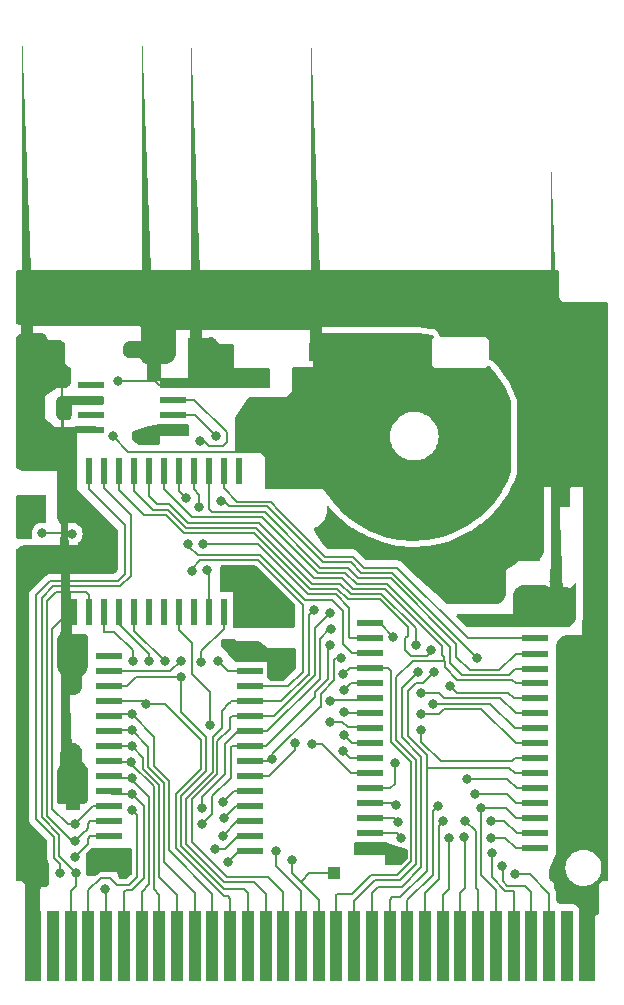
<source format=gtl>
G04 #@! TF.GenerationSoftware,KiCad,Pcbnew,(6.0.9)*
G04 #@! TF.CreationDate,2023-01-08T00:32:06-05:00*
G04 #@! TF.ProjectId,DMG-DECN-02,444d472d-4445-4434-9e2d-30322e6b6963,rev?*
G04 #@! TF.SameCoordinates,Original*
G04 #@! TF.FileFunction,Copper,L1,Top*
G04 #@! TF.FilePolarity,Positive*
%FSLAX46Y46*%
G04 Gerber Fmt 4.6, Leading zero omitted, Abs format (unit mm)*
G04 Created by KiCad (PCBNEW (6.0.9)) date 2023-01-08 00:32:06*
%MOMM*%
%LPD*%
G01*
G04 APERTURE LIST*
G04 Aperture macros list*
%AMFreePoly0*
4,1,55,1.015063,1.095106,1.030902,1.095106,1.043716,1.085796,1.058779,1.080902,1.068089,1.068089,1.080902,1.058779,1.085796,1.043716,1.095106,1.030902,1.095106,1.015063,1.100000,1.000000,1.100000,0.762000,1.143000,0.762000,1.143000,-0.762000,0.879422,-0.762000,0.600000,-1.041422,0.600000,-2.500000,0.595106,-2.515063,0.595106,-2.530902,0.585796,-2.543716,0.580902,-2.558779,
0.568089,-2.568089,0.558779,-2.580902,0.543716,-2.585796,0.530902,-2.595106,0.515063,-2.595106,0.500000,-2.600000,-0.500000,-2.600000,-0.515063,-2.595106,-0.530902,-2.595106,-0.543716,-2.585796,-0.558779,-2.580902,-0.568089,-2.568089,-0.580902,-2.558779,-0.585796,-2.543716,-0.595106,-2.530902,-0.595106,-2.515063,-0.600000,-2.500000,-0.600000,-1.041422,-0.879422,-0.762000,-1.143000,-0.762000,
-1.143000,0.762000,-1.100000,0.762000,-1.100000,1.000000,-1.095106,1.015063,-1.095106,1.030902,-1.085796,1.043716,-1.080902,1.058779,-1.068089,1.068089,-1.058779,1.080902,-1.043716,1.085796,-1.030902,1.095106,-1.015063,1.095106,-1.000000,1.100000,1.000000,1.100000,1.015063,1.095106,1.015063,1.095106,$1*%
G04 Aperture macros list end*
G04 #@! TA.AperFunction,SMDPad,CuDef*
%ADD10R,1.250000X1.500000*%
G04 #@! TD*
G04 #@! TA.AperFunction,SMDPad,CuDef*
%ADD11R,2.200000X0.600000*%
G04 #@! TD*
G04 #@! TA.AperFunction,SMDPad,CuDef*
%ADD12R,1.500000X1.250000*%
G04 #@! TD*
G04 #@! TA.AperFunction,SMDPad,CuDef*
%ADD13R,1.400000X6.000000*%
G04 #@! TD*
G04 #@! TA.AperFunction,SMDPad,CuDef*
%ADD14R,1.000000X6.000000*%
G04 #@! TD*
G04 #@! TA.AperFunction,SMDPad,CuDef*
%ADD15R,4.000000X5.000000*%
G04 #@! TD*
G04 #@! TA.AperFunction,SMDPad,CuDef*
%ADD16R,5.200000X3.200000*%
G04 #@! TD*
G04 #@! TA.AperFunction,SMDPad,CuDef*
%ADD17R,1.000000X1.000000*%
G04 #@! TD*
G04 #@! TA.AperFunction,SMDPad,CuDef*
%ADD18FreePoly0,90.000000*%
G04 #@! TD*
G04 #@! TA.AperFunction,SMDPad,CuDef*
%ADD19FreePoly0,270.000000*%
G04 #@! TD*
G04 #@! TA.AperFunction,SMDPad,CuDef*
%ADD20R,0.600000X2.200000*%
G04 #@! TD*
G04 #@! TA.AperFunction,SMDPad,CuDef*
%ADD21FreePoly0,180.000000*%
G04 #@! TD*
G04 #@! TA.AperFunction,SMDPad,CuDef*
%ADD22FreePoly0,0.000000*%
G04 #@! TD*
G04 #@! TA.AperFunction,ViaPad*
%ADD23C,0.800000*%
G04 #@! TD*
G04 #@! TA.AperFunction,Conductor*
%ADD24C,0.200000*%
G04 #@! TD*
G04 APERTURE END LIST*
D10*
X148540000Y-76950000D03*
X145290000Y-76950000D03*
D11*
X132340000Y-100460000D03*
X132340000Y-101730000D03*
X132340000Y-103000000D03*
X132340000Y-104270000D03*
X132340000Y-105540000D03*
X132340000Y-106810000D03*
X132340000Y-108080000D03*
X132340000Y-109350000D03*
X132340000Y-110620000D03*
X132340000Y-111890000D03*
X132340000Y-113160000D03*
X132340000Y-114430000D03*
X132340000Y-115700000D03*
X132340000Y-116970000D03*
X144240000Y-116970000D03*
X144240000Y-115700000D03*
X144240000Y-114430000D03*
X144240000Y-113160000D03*
X144240000Y-111890000D03*
X144240000Y-110620000D03*
X144240000Y-109350000D03*
X144240000Y-108080000D03*
X144240000Y-106810000D03*
X144240000Y-105540000D03*
X144240000Y-104270000D03*
X144240000Y-103000000D03*
X144240000Y-101730000D03*
X144240000Y-100460000D03*
D12*
X168085000Y-91775000D03*
X168085000Y-95025000D03*
D13*
X125880000Y-124950000D03*
D14*
X127580000Y-124950000D03*
X129080000Y-124950000D03*
X130580000Y-124950000D03*
X132080000Y-124950000D03*
X133580000Y-124950000D03*
X135080000Y-124950000D03*
X136580000Y-124950000D03*
X138080000Y-124950000D03*
X139580000Y-124950000D03*
X141080000Y-124950000D03*
X142580000Y-124950000D03*
X144080000Y-124950000D03*
X145580000Y-124950000D03*
X147080000Y-124950000D03*
X148580000Y-124950000D03*
X150080000Y-124950000D03*
X151580000Y-124950000D03*
X153080000Y-124950000D03*
X154580000Y-124950000D03*
X156080000Y-124950000D03*
X157580000Y-124950000D03*
X159080000Y-124950000D03*
X160580000Y-124950000D03*
X162080000Y-124950000D03*
X163580000Y-124950000D03*
X165080000Y-124950000D03*
X166580000Y-124950000D03*
X168080000Y-124950000D03*
X169580000Y-124950000D03*
X171080000Y-124950000D03*
D13*
X172780000Y-124950000D03*
D15*
X147440000Y-81860000D03*
D16*
X170290000Y-81860000D03*
D12*
X147335000Y-97135000D03*
X147335000Y-100385000D03*
X126050000Y-84210000D03*
X126050000Y-87460000D03*
D17*
X151400000Y-118830000D03*
D18*
X125950000Y-74490000D03*
D19*
X136150000Y-74490000D03*
D11*
X154404000Y-97625000D03*
X154404000Y-98895000D03*
X154404000Y-100165000D03*
X154404000Y-101435000D03*
X154404000Y-102705000D03*
X154404000Y-103975000D03*
X154404000Y-105245000D03*
X154404000Y-106515000D03*
X154404000Y-107785000D03*
X154404000Y-109055000D03*
X154404000Y-110325000D03*
X154404000Y-111595000D03*
X154404000Y-112865000D03*
X154404000Y-114135000D03*
X154404000Y-115420000D03*
X154404000Y-116720000D03*
X168390000Y-116720000D03*
X168390000Y-115450000D03*
X168390000Y-114180000D03*
X168390000Y-112910000D03*
X168390000Y-111640000D03*
X168390000Y-110370000D03*
X168390000Y-109100000D03*
X168390000Y-107830000D03*
X168390000Y-106560000D03*
X168390000Y-105290000D03*
X168390000Y-104020000D03*
X168390000Y-102750000D03*
X168390000Y-101520000D03*
X168390000Y-100220000D03*
X168390000Y-98920000D03*
X168390000Y-97620000D03*
D20*
X129335000Y-96706000D03*
X130605000Y-96706000D03*
X131875000Y-96706000D03*
X133145000Y-96706000D03*
X134415000Y-96706000D03*
X135685000Y-96706000D03*
X136955000Y-96706000D03*
X138225000Y-96706000D03*
X139495000Y-96706000D03*
X140765000Y-96706000D03*
X142035000Y-96706000D03*
X143305000Y-96706000D03*
X143305000Y-84806000D03*
X142035000Y-84806000D03*
X140765000Y-84806000D03*
X139495000Y-84806000D03*
X138225000Y-84806000D03*
X136955000Y-84806000D03*
X135685000Y-84806000D03*
X134415000Y-84806000D03*
X133145000Y-84806000D03*
X131875000Y-84806000D03*
X130605000Y-84806000D03*
X129335000Y-84806000D03*
D21*
X170770000Y-95360000D03*
D22*
X170770000Y-85160000D03*
D18*
X140260000Y-74703500D03*
D19*
X150460000Y-74703500D03*
D11*
X130784000Y-77465000D03*
X130784000Y-78735000D03*
X130784000Y-80005000D03*
X130784000Y-81275000D03*
X137770000Y-81275000D03*
X137770000Y-80005000D03*
X137770000Y-78735000D03*
X137770000Y-77465000D03*
D21*
X129233500Y-110870000D03*
D22*
X129233500Y-100670000D03*
D23*
X130780000Y-92970000D03*
X162740000Y-97410000D03*
X163830000Y-97420000D03*
X130760000Y-91830000D03*
X125160000Y-88880000D03*
X169410000Y-73680000D03*
X170100000Y-79330000D03*
X133810000Y-70090000D03*
X129370000Y-70090000D03*
X138270000Y-70090000D03*
X172820000Y-121160000D03*
X144700000Y-94990000D03*
X130850000Y-118580000D03*
X125110000Y-90020000D03*
X169500000Y-77200000D03*
X172480000Y-100330000D03*
X171610000Y-79280000D03*
X129800000Y-112420000D03*
X168620000Y-79330000D03*
X172570000Y-113870000D03*
X170170000Y-118950000D03*
X172100000Y-73660000D03*
X150330000Y-89980000D03*
X156910000Y-117520000D03*
X172570000Y-116160000D03*
X160710000Y-93180000D03*
X172480000Y-104790000D03*
X142730000Y-70070000D03*
X173225000Y-91400000D03*
X135980000Y-82000000D03*
X167275000Y-89625000D03*
X173260000Y-95850000D03*
X168180000Y-84260000D03*
X173080000Y-83810000D03*
X147220000Y-70110000D03*
X165150000Y-93160000D03*
X172550000Y-109340000D03*
X142260000Y-93420000D03*
X133590000Y-118780000D03*
X172140000Y-77180000D03*
X128590000Y-112440000D03*
X170850000Y-120450000D03*
X134930000Y-81990000D03*
X156400000Y-98780000D03*
X133090000Y-77110000D03*
X146270000Y-85220000D03*
X149280000Y-78570000D03*
X149320000Y-85200000D03*
X147780000Y-85200000D03*
X132670000Y-81840000D03*
X129840000Y-99030000D03*
X128450000Y-79980000D03*
X128480000Y-78970000D03*
X129170000Y-90070000D03*
X126680000Y-90040000D03*
X142420000Y-99490000D03*
X128650000Y-99030000D03*
X146760000Y-101970000D03*
X129490000Y-118770000D03*
X141530000Y-100850000D03*
X151040000Y-99460000D03*
X140150000Y-100910000D03*
X134240000Y-113450000D03*
X140180000Y-114690000D03*
X158740000Y-105360000D03*
X132020000Y-120150000D03*
X128210000Y-118780000D03*
X156560000Y-109460000D03*
X134280000Y-112120000D03*
X149470000Y-107860000D03*
X134290000Y-110770000D03*
X134210000Y-109400000D03*
X152160000Y-108470000D03*
X152200000Y-107130000D03*
X134230000Y-108020000D03*
X151040000Y-105980000D03*
X134230000Y-106680000D03*
X134230000Y-105380000D03*
X152230000Y-105150000D03*
X151020000Y-104210000D03*
X135480000Y-104510000D03*
X138400000Y-102210000D03*
X152180000Y-103340000D03*
X149670000Y-96570000D03*
X161230000Y-103010000D03*
X151040000Y-96790000D03*
X158760000Y-103590000D03*
X158780000Y-106730000D03*
X146500000Y-116910000D03*
X151960000Y-100600000D03*
X146120000Y-109150000D03*
X147790000Y-117670000D03*
X159780000Y-104480000D03*
X151110000Y-98180000D03*
X140180000Y-113310000D03*
X138390000Y-100820000D03*
X152140000Y-101990000D03*
X158510000Y-101770000D03*
X158290000Y-99510000D03*
X159610000Y-99910000D03*
X159860000Y-101750000D03*
X129470000Y-114670000D03*
X156660000Y-113060000D03*
X160190000Y-113090000D03*
X160620000Y-114440000D03*
X129460000Y-116070000D03*
X156800000Y-114450000D03*
X134320000Y-100880000D03*
X129460000Y-117410000D03*
X161080000Y-115860000D03*
X157060000Y-115800000D03*
X164700000Y-115800000D03*
X142410000Y-117860000D03*
X162420000Y-115780000D03*
X135680000Y-100840000D03*
X162490000Y-114410000D03*
X164700000Y-114410000D03*
X137030000Y-100870000D03*
X141300000Y-116760000D03*
X141970000Y-115650000D03*
X163790000Y-113310000D03*
X163350000Y-112150000D03*
X164750000Y-117140000D03*
X142050000Y-114150000D03*
X162660000Y-110810000D03*
X165560000Y-118240000D03*
X141980000Y-112820000D03*
X163490000Y-100590000D03*
X166730000Y-118910000D03*
X141770000Y-87340000D03*
X141390000Y-81770000D03*
X140640000Y-93130000D03*
X148080000Y-107820000D03*
X140890000Y-106230000D03*
X140060000Y-82220000D03*
X139340000Y-93190000D03*
X139930000Y-87810000D03*
X140260000Y-90910000D03*
X138830000Y-87050000D03*
X139030000Y-90910000D03*
D24*
X140765000Y-87985000D02*
X140765000Y-84806000D01*
X141010000Y-88230000D02*
X140765000Y-87985000D01*
X145490000Y-88230000D02*
X141010000Y-88230000D01*
X150200000Y-92940000D02*
X145490000Y-88230000D01*
X152530000Y-92940000D02*
X150200000Y-92940000D01*
X156160000Y-93850000D02*
X153440000Y-93850000D01*
X161740000Y-100480000D02*
X161740000Y-99430000D01*
X161740000Y-99430000D02*
X156160000Y-93850000D01*
X162870000Y-101610000D02*
X161740000Y-100480000D01*
X153440000Y-93850000D02*
X152530000Y-92940000D01*
X165380000Y-101610000D02*
X162870000Y-101610000D01*
X166770000Y-100220000D02*
X165380000Y-101610000D01*
X168390000Y-100220000D02*
X166770000Y-100220000D01*
X136955000Y-86295000D02*
X136955000Y-84806000D01*
X139330000Y-88670000D02*
X136955000Y-86295000D01*
X145310000Y-88670000D02*
X139330000Y-88670000D01*
X150000000Y-93360000D02*
X145310000Y-88670000D01*
X152340000Y-93360000D02*
X150000000Y-93360000D01*
X153280000Y-94300000D02*
X152340000Y-93360000D01*
X162230000Y-102020000D02*
X161190000Y-100980000D01*
X166180000Y-102020000D02*
X162230000Y-102020000D01*
X161190000Y-100980000D02*
X161190000Y-99660000D01*
X166680000Y-101520000D02*
X166180000Y-102020000D01*
X161190000Y-99660000D02*
X155830000Y-94300000D01*
X168390000Y-101520000D02*
X166680000Y-101520000D01*
X155830000Y-94300000D02*
X153280000Y-94300000D01*
X154404000Y-97625000D02*
X155245000Y-97625000D01*
X155245000Y-97625000D02*
X156400000Y-98780000D01*
X136190000Y-77110000D02*
X133090000Y-77110000D01*
X136545000Y-77465000D02*
X136190000Y-77110000D01*
X137770000Y-77465000D02*
X136545000Y-77465000D01*
X133950000Y-83120000D02*
X146180000Y-83120000D01*
X146180000Y-83120000D02*
X147440000Y-81860000D01*
X132670000Y-81840000D02*
X133950000Y-83120000D01*
X143390000Y-100460000D02*
X142420000Y-99490000D01*
X126680000Y-90040000D02*
X129140000Y-90040000D01*
X144240000Y-100460000D02*
X143390000Y-100460000D01*
X129140000Y-90040000D02*
X129170000Y-90070000D01*
X128100000Y-117380000D02*
X128100000Y-115550000D01*
X141530000Y-100850000D02*
X142410000Y-101730000D01*
X127585000Y-94525000D02*
X133245000Y-94525000D01*
X134150000Y-93620000D02*
X134150000Y-88490000D01*
X131875000Y-86215000D02*
X131875000Y-84806000D01*
X133245000Y-94525000D02*
X134150000Y-93620000D01*
X126620000Y-114070000D02*
X126620000Y-95490000D01*
X129490000Y-118770000D02*
X128100000Y-117380000D01*
X128100000Y-115550000D02*
X126620000Y-114070000D01*
X142410000Y-101730000D02*
X144240000Y-101730000D01*
X134150000Y-88490000D02*
X131875000Y-86215000D01*
X129490000Y-119890000D02*
X129490000Y-118770000D01*
X126620000Y-95490000D02*
X127585000Y-94525000D01*
X129080000Y-124950000D02*
X129080000Y-120300000D01*
X129080000Y-120300000D02*
X129490000Y-119890000D01*
X131610000Y-119190000D02*
X132370000Y-119190000D01*
X150840000Y-102370000D02*
X150840000Y-99660000D01*
X149730000Y-103940000D02*
X149730000Y-103480000D01*
X160220000Y-105360000D02*
X158740000Y-105360000D01*
X130580000Y-120220000D02*
X131610000Y-119190000D01*
X134000000Y-119820000D02*
X134690000Y-119130000D01*
X141070000Y-113800000D02*
X141070000Y-112300000D01*
X168390000Y-107830000D02*
X166790000Y-107830000D01*
X132370000Y-119190000D02*
X133000000Y-119820000D01*
X145590000Y-108080000D02*
X149730000Y-103940000D01*
X133000000Y-119820000D02*
X134000000Y-119820000D01*
X150840000Y-99660000D02*
X151040000Y-99460000D01*
X142620000Y-110750000D02*
X142620000Y-108170000D01*
X144240000Y-108080000D02*
X145590000Y-108080000D01*
X134690000Y-119130000D02*
X134690000Y-113900000D01*
X134690000Y-113900000D02*
X134240000Y-113450000D01*
X142620000Y-108170000D02*
X142710000Y-108080000D01*
X166790000Y-107830000D02*
X163860000Y-104900000D01*
X163860000Y-104900000D02*
X160680000Y-104900000D01*
X140150000Y-99990000D02*
X140150000Y-100910000D01*
X142035000Y-96706000D02*
X142035000Y-98105000D01*
X142035000Y-98105000D02*
X140150000Y-99990000D01*
X142710000Y-108080000D02*
X144240000Y-108080000D01*
X160680000Y-104900000D02*
X160220000Y-105360000D01*
X149730000Y-103480000D02*
X150840000Y-102370000D01*
X130580000Y-124950000D02*
X130580000Y-120220000D01*
X140180000Y-114690000D02*
X141070000Y-113800000D01*
X141070000Y-112300000D02*
X142620000Y-110750000D01*
X132080000Y-120210000D02*
X132020000Y-120150000D01*
X130605000Y-86295000D02*
X130605000Y-84806000D01*
X127650000Y-117495686D02*
X127650000Y-115730000D01*
X128210000Y-118055686D02*
X127650000Y-117495686D01*
X127650000Y-115730000D02*
X126170000Y-114250000D01*
X126170000Y-95260000D02*
X127350000Y-94080000D01*
X126170000Y-114250000D02*
X126170000Y-95260000D01*
X127350000Y-94080000D02*
X133050000Y-94080000D01*
X132080000Y-124950000D02*
X132080000Y-120210000D01*
X128210000Y-118780000D02*
X128210000Y-118055686D01*
X133680000Y-93450000D02*
X133680000Y-89370000D01*
X133680000Y-89370000D02*
X130605000Y-86295000D01*
X133050000Y-94080000D02*
X133680000Y-93450000D01*
X132570000Y-112120000D02*
X132340000Y-111890000D01*
X135260000Y-119250000D02*
X135260000Y-113100000D01*
X133580000Y-120420000D02*
X133720000Y-120280000D01*
X156520000Y-111230000D02*
X156155000Y-111595000D01*
X134230000Y-120280000D02*
X135260000Y-119250000D01*
X135260000Y-113100000D02*
X134280000Y-112120000D01*
X156560000Y-109460000D02*
X156520000Y-109500000D01*
X156155000Y-111595000D02*
X154404000Y-111595000D01*
X133580000Y-124950000D02*
X133580000Y-120420000D01*
X156520000Y-109500000D02*
X156520000Y-111230000D01*
X134280000Y-112120000D02*
X132570000Y-112120000D01*
X133720000Y-120280000D02*
X134230000Y-120280000D01*
X154404000Y-110325000D02*
X152835000Y-110325000D01*
X132490000Y-110770000D02*
X132340000Y-110620000D01*
X135080000Y-124950000D02*
X135080000Y-120400000D01*
X152835000Y-110325000D02*
X150370000Y-107860000D01*
X134290000Y-110770000D02*
X132490000Y-110770000D01*
X135710000Y-112330000D02*
X134290000Y-110910000D01*
X135710000Y-119770000D02*
X135710000Y-112330000D01*
X134290000Y-110910000D02*
X134290000Y-110770000D01*
X150370000Y-107860000D02*
X149470000Y-107860000D01*
X135080000Y-120400000D02*
X135710000Y-119770000D01*
X132390000Y-109400000D02*
X132340000Y-109350000D01*
X136580000Y-120630000D02*
X136110000Y-120160000D01*
X136110000Y-120160000D02*
X136110000Y-111451372D01*
X134210000Y-109400000D02*
X132390000Y-109400000D01*
X136110000Y-111451372D02*
X134210000Y-109551372D01*
X134210000Y-109551372D02*
X134210000Y-109400000D01*
X154404000Y-109055000D02*
X152745000Y-109055000D01*
X152745000Y-109055000D02*
X152160000Y-108470000D01*
X136580000Y-124950000D02*
X136580000Y-120630000D01*
X134230000Y-108020000D02*
X132400000Y-108020000D01*
X132400000Y-108020000D02*
X132340000Y-108080000D01*
X152855000Y-107785000D02*
X152200000Y-107130000D01*
X154404000Y-107785000D02*
X152855000Y-107785000D01*
X135240000Y-109030000D02*
X134230000Y-108020000D01*
X138080000Y-124950000D02*
X138080000Y-120630000D01*
X138080000Y-120630000D02*
X136570000Y-119120000D01*
X136570000Y-119120000D02*
X136570000Y-111345686D01*
X136570000Y-111345686D02*
X135240000Y-110015686D01*
X135240000Y-110015686D02*
X135240000Y-109030000D01*
X136970000Y-111180000D02*
X135650000Y-109860000D01*
X134230000Y-106680000D02*
X132470000Y-106680000D01*
X154349000Y-106460000D02*
X152519950Y-106460000D01*
X135650000Y-108100000D02*
X134230000Y-106680000D01*
X139580000Y-124950000D02*
X139580000Y-120460000D01*
X135650000Y-109860000D02*
X135650000Y-108100000D01*
X132470000Y-106680000D02*
X132340000Y-106810000D01*
X139580000Y-120460000D02*
X136970000Y-117850000D01*
X154404000Y-106515000D02*
X154349000Y-106460000D01*
X152519950Y-106460000D02*
X152039950Y-105980000D01*
X152039950Y-105980000D02*
X151040000Y-105980000D01*
X136970000Y-117850000D02*
X136970000Y-111180000D01*
X134240000Y-105380000D02*
X134230000Y-105380000D01*
X136120000Y-107260000D02*
X134240000Y-105380000D01*
X137390000Y-111020000D02*
X136120000Y-109750000D01*
X141080000Y-120550000D02*
X137390000Y-116860000D01*
X132500000Y-105380000D02*
X132340000Y-105540000D01*
X141080000Y-124950000D02*
X141080000Y-120550000D01*
X152325000Y-105245000D02*
X152230000Y-105150000D01*
X134230000Y-105380000D02*
X132500000Y-105380000D01*
X137390000Y-116860000D02*
X137390000Y-111020000D01*
X154404000Y-105245000D02*
X152325000Y-105245000D01*
X136120000Y-109750000D02*
X136120000Y-107260000D01*
X140110000Y-107560000D02*
X137060000Y-104510000D01*
X138000000Y-112144314D02*
X140110000Y-110034314D01*
X138000000Y-116710000D02*
X138000000Y-112144314D01*
X142580000Y-124950000D02*
X142580000Y-120960000D01*
X142060000Y-120770000D02*
X138000000Y-116710000D01*
X151090000Y-104140000D02*
X151020000Y-104210000D01*
X142580000Y-120960000D02*
X142390000Y-120770000D01*
X135480000Y-104510000D02*
X135240000Y-104270000D01*
X142390000Y-120770000D02*
X142060000Y-120770000D01*
X154239000Y-104140000D02*
X151090000Y-104140000D01*
X154404000Y-103975000D02*
X154239000Y-104140000D01*
X140110000Y-110034314D02*
X140110000Y-107560000D01*
X137060000Y-104510000D02*
X135480000Y-104510000D01*
X135240000Y-104270000D02*
X132340000Y-104270000D01*
X144080000Y-124950000D02*
X144080000Y-120520000D01*
X138400000Y-102210000D02*
X134610000Y-102210000D01*
X154404000Y-102705000D02*
X152815000Y-102705000D01*
X134610000Y-102210000D02*
X133820000Y-103000000D01*
X138400000Y-116530000D02*
X138400000Y-112310000D01*
X152815000Y-102705000D02*
X152180000Y-103340000D01*
X133820000Y-103000000D02*
X132340000Y-103000000D01*
X140510000Y-110200000D02*
X140510000Y-107320000D01*
X140510000Y-107320000D02*
X138400000Y-105210000D01*
X142020000Y-120150000D02*
X138400000Y-116530000D01*
X144080000Y-120520000D02*
X143710000Y-120150000D01*
X138400000Y-105210000D02*
X138400000Y-102210000D01*
X138400000Y-112310000D02*
X140510000Y-110200000D01*
X143710000Y-120150000D02*
X142020000Y-120150000D01*
X149290000Y-96950000D02*
X149670000Y-96570000D01*
X142660000Y-104270000D02*
X144240000Y-104270000D01*
X142520000Y-104390000D02*
X142540000Y-104390000D01*
X161770000Y-103550000D02*
X161230000Y-103010000D01*
X168390000Y-104020000D02*
X166570000Y-104020000D01*
X166570000Y-104020000D02*
X166100000Y-103550000D01*
X141090000Y-110240000D02*
X141090000Y-107280000D01*
X145580000Y-124950000D02*
X145580000Y-120590000D01*
X149160000Y-102010000D02*
X149220000Y-102010000D01*
X141090000Y-107280000D02*
X141850000Y-106520000D01*
X149290000Y-101940000D02*
X149290000Y-96950000D01*
X145580000Y-120590000D02*
X144580000Y-119590000D01*
X142540000Y-104390000D02*
X142660000Y-104270000D01*
X166100000Y-103550000D02*
X161770000Y-103550000D01*
X142070000Y-119590000D02*
X138820000Y-116340000D01*
X141850000Y-105060000D02*
X142520000Y-104390000D01*
X138820000Y-116340000D02*
X138820000Y-112510000D01*
X138820000Y-112510000D02*
X141090000Y-110240000D01*
X149220000Y-102010000D02*
X149290000Y-101940000D01*
X141850000Y-106520000D02*
X141850000Y-105060000D01*
X144240000Y-104270000D02*
X146900000Y-104270000D01*
X144580000Y-119590000D02*
X142070000Y-119590000D01*
X146900000Y-104270000D02*
X149160000Y-102010000D01*
X160320000Y-103660000D02*
X160320000Y-103640000D01*
X160270000Y-103590000D02*
X158760000Y-103590000D01*
X149760000Y-102060000D02*
X149760000Y-98070000D01*
X147080000Y-124950000D02*
X147080000Y-120420000D01*
X160660000Y-104000000D02*
X160320000Y-103660000D01*
X142710000Y-105540000D02*
X144240000Y-105540000D01*
X149760000Y-98070000D02*
X151040000Y-96790000D01*
X141490000Y-110405686D02*
X141490000Y-107660000D01*
X160320000Y-103640000D02*
X160270000Y-103590000D01*
X146280000Y-105540000D02*
X149760000Y-102060000D01*
X142540000Y-105710000D02*
X142710000Y-105540000D01*
X142540000Y-106610000D02*
X142540000Y-105710000D01*
X147080000Y-120420000D02*
X145800000Y-119140000D01*
X144240000Y-105540000D02*
X146280000Y-105540000D01*
X165460000Y-104000000D02*
X160660000Y-104000000D01*
X139360000Y-112535686D02*
X141490000Y-110405686D01*
X168390000Y-105290000D02*
X166750000Y-105290000D01*
X139360000Y-116200000D02*
X139360000Y-112535686D01*
X166750000Y-105290000D02*
X165460000Y-104000000D01*
X145800000Y-119140000D02*
X142300000Y-119140000D01*
X142300000Y-119140000D02*
X139360000Y-116200000D01*
X141490000Y-107660000D02*
X142540000Y-106610000D01*
X151370000Y-102500000D02*
X151370000Y-100730000D01*
X146120000Y-108754695D02*
X150154695Y-104720000D01*
X150230000Y-103640000D02*
X151370000Y-102500000D01*
X146500000Y-118230000D02*
X146500000Y-116910000D01*
X166680000Y-109100000D02*
X166420000Y-109360000D01*
X158780000Y-107670000D02*
X158780000Y-106730000D01*
X168390000Y-109100000D02*
X166680000Y-109100000D01*
X148580000Y-120310000D02*
X146500000Y-118230000D01*
X151500000Y-100600000D02*
X151960000Y-100600000D01*
X148580000Y-124950000D02*
X148580000Y-120310000D01*
X150154695Y-104720000D02*
X150230000Y-104720000D01*
X144240000Y-109350000D02*
X145920000Y-109350000D01*
X166420000Y-109360000D02*
X160470000Y-109360000D01*
X146120000Y-109150000D02*
X146120000Y-108754695D01*
X150230000Y-104720000D02*
X150230000Y-103640000D01*
X145920000Y-109350000D02*
X146120000Y-109150000D01*
X151370000Y-100730000D02*
X151500000Y-100600000D01*
X160470000Y-109360000D02*
X158780000Y-107670000D01*
X140180000Y-113310000D02*
X140180000Y-112340000D01*
X148630000Y-119450000D02*
X149250000Y-118830000D01*
X150180000Y-98980000D02*
X150980000Y-98180000D01*
X150180000Y-102350000D02*
X150180000Y-98980000D01*
X164610000Y-104480000D02*
X159780000Y-104480000D01*
X149250000Y-118830000D02*
X151400000Y-118830000D01*
X168390000Y-106560000D02*
X166690000Y-106560000D01*
X150080000Y-124950000D02*
X150080000Y-121060000D01*
X166690000Y-106560000D02*
X164610000Y-104480000D01*
X144240000Y-106810000D02*
X145720000Y-106810000D01*
X143240000Y-106810000D02*
X144240000Y-106810000D01*
X145720000Y-106810000D02*
X150180000Y-102350000D01*
X142140000Y-107910000D02*
X143240000Y-106810000D01*
X147790000Y-118770000D02*
X147790000Y-117670000D01*
X148470000Y-119450000D02*
X147790000Y-118770000D01*
X148470000Y-119450000D02*
X148630000Y-119450000D01*
X150080000Y-121060000D02*
X148470000Y-119450000D01*
X142140000Y-110380000D02*
X142140000Y-107910000D01*
X150980000Y-98180000D02*
X151110000Y-98180000D01*
X140180000Y-112340000D02*
X142140000Y-110380000D01*
X152695000Y-101435000D02*
X152140000Y-101990000D01*
X151610000Y-120610000D02*
X152920000Y-120610000D01*
X156710000Y-119000000D02*
X157900000Y-117810000D01*
X157900000Y-109390000D02*
X156190000Y-107680000D01*
X151580000Y-124950000D02*
X151580000Y-120640000D01*
X154520000Y-119000000D02*
X156710000Y-119000000D01*
X137480000Y-101730000D02*
X138390000Y-100820000D01*
X151580000Y-120640000D02*
X151610000Y-120610000D01*
X132340000Y-101730000D02*
X137480000Y-101730000D01*
X154450000Y-119070000D02*
X154520000Y-119000000D01*
X156190000Y-107680000D02*
X156190000Y-101690000D01*
X157900000Y-117810000D02*
X157900000Y-109390000D01*
X152920000Y-120610000D02*
X154450000Y-119080000D01*
X154450000Y-119080000D02*
X154450000Y-119070000D01*
X154404000Y-101435000D02*
X152695000Y-101435000D01*
X156190000Y-101690000D02*
X155935000Y-101435000D01*
X155935000Y-101435000D02*
X154404000Y-101435000D01*
X145010000Y-89140000D02*
X139000000Y-89140000D01*
X154830000Y-119420000D02*
X156960000Y-119420000D01*
X155704314Y-94740000D02*
X153000000Y-94740000D01*
X152080000Y-93820000D02*
X149690000Y-93820000D01*
X160700000Y-100520000D02*
X160700000Y-100860000D01*
X149690000Y-93820000D02*
X145010000Y-89140000D01*
X160700000Y-100860000D02*
X160770000Y-100930000D01*
X160770000Y-101400000D02*
X161800000Y-102430000D01*
X135680000Y-86850000D02*
X135685000Y-86845000D01*
X135685000Y-86845000D02*
X135685000Y-84806000D01*
X153080000Y-121170000D02*
X154830000Y-119420000D01*
X160550000Y-99585686D02*
X155704314Y-94740000D01*
X156640000Y-102240000D02*
X158020000Y-100860000D01*
X156960000Y-119420000D02*
X158300000Y-118080000D01*
X160770000Y-100930000D02*
X160770000Y-101400000D01*
X156640000Y-107520000D02*
X156640000Y-102240000D01*
X153000000Y-94740000D02*
X152080000Y-93820000D01*
X137390000Y-87530000D02*
X136360000Y-87530000D01*
X161800000Y-102430000D02*
X166460000Y-102430000D01*
X158300000Y-118080000D02*
X158300000Y-109224314D01*
X158300000Y-109224314D02*
X156627843Y-107552157D01*
X160550000Y-100370000D02*
X160550000Y-99585686D01*
X153080000Y-124950000D02*
X153080000Y-121170000D01*
X166460000Y-102430000D02*
X166780000Y-102750000D01*
X160550000Y-100370000D02*
X160700000Y-100520000D01*
X139000000Y-89140000D02*
X137390000Y-87530000D01*
X158020000Y-100860000D02*
X160700000Y-100860000D01*
X136360000Y-87530000D02*
X135680000Y-86850000D01*
X166780000Y-102750000D02*
X168390000Y-102750000D01*
X158780000Y-108950000D02*
X157120000Y-107290000D01*
X157120000Y-107290000D02*
X157120000Y-103140000D01*
X138830000Y-89560000D02*
X137310000Y-88040000D01*
X144790000Y-89560000D02*
X138830000Y-89560000D01*
X158490000Y-101770000D02*
X158510000Y-101770000D01*
X134415000Y-86425000D02*
X134415000Y-84806000D01*
X136030000Y-88040000D02*
X134415000Y-86425000D01*
X155390000Y-95170000D02*
X152770000Y-95170000D01*
X154580000Y-120500000D02*
X155130000Y-119950000D01*
X157120000Y-119950000D02*
X158780000Y-118290000D01*
X152770000Y-95170000D02*
X151910000Y-94310000D01*
X151910000Y-94310000D02*
X149540000Y-94310000D01*
X149540000Y-94310000D02*
X144790000Y-89560000D01*
X137310000Y-88040000D02*
X136030000Y-88040000D01*
X155130000Y-119950000D02*
X157120000Y-119950000D01*
X158780000Y-118290000D02*
X158780000Y-108950000D01*
X158290000Y-99510000D02*
X158290000Y-98070000D01*
X157120000Y-103140000D02*
X158490000Y-101770000D01*
X154580000Y-124950000D02*
X154580000Y-120500000D01*
X158290000Y-98070000D02*
X155390000Y-95170000D01*
X159230000Y-118630000D02*
X159230000Y-109880000D01*
X155280000Y-95640000D02*
X152570000Y-95640000D01*
X166210000Y-109880000D02*
X166700000Y-110370000D01*
X159230000Y-108770000D02*
X157620000Y-107160000D01*
X157610000Y-98730000D02*
X157610000Y-97970000D01*
X152570000Y-95640000D02*
X151650000Y-94720000D01*
X157620000Y-103390000D02*
X158320000Y-102690000D01*
X159230000Y-100430000D02*
X157920000Y-100430000D01*
X156080000Y-124950000D02*
X156080000Y-121050000D01*
X159230000Y-109880000D02*
X159230000Y-108770000D01*
X159230000Y-109880000D02*
X166210000Y-109880000D01*
X157620000Y-107160000D02*
X157620000Y-103390000D01*
X149320000Y-94720000D02*
X144630000Y-90030000D01*
X158320000Y-102690000D02*
X158940000Y-102690000D01*
X137110000Y-88510000D02*
X135270000Y-88510000D01*
X157410000Y-98930000D02*
X157610000Y-98730000D01*
X133145000Y-86385000D02*
X133145000Y-84806000D01*
X138630000Y-90030000D02*
X137110000Y-88510000D01*
X159610000Y-99910000D02*
X159610000Y-100050000D01*
X158940000Y-102690000D02*
X159860000Y-101770000D01*
X144630000Y-90030000D02*
X138630000Y-90030000D01*
X157610000Y-97970000D02*
X155280000Y-95640000D01*
X159610000Y-100050000D02*
X159230000Y-100430000D01*
X156080000Y-121050000D02*
X156260000Y-120870000D01*
X151650000Y-94720000D02*
X149320000Y-94720000D01*
X156990000Y-120870000D02*
X159230000Y-118630000D01*
X156260000Y-120870000D02*
X156990000Y-120870000D01*
X157410000Y-99920000D02*
X157410000Y-98930000D01*
X157920000Y-100430000D02*
X157410000Y-99920000D01*
X166700000Y-110370000D02*
X168390000Y-110370000D01*
X135270000Y-88510000D02*
X133145000Y-86385000D01*
X159860000Y-101770000D02*
X159860000Y-101750000D01*
X156465000Y-112865000D02*
X154404000Y-112865000D01*
X159750000Y-118940000D02*
X159750000Y-113530000D01*
X129335000Y-96706000D02*
X128924000Y-96706000D01*
X127510000Y-98120000D02*
X127510000Y-113360000D01*
X128820000Y-114670000D02*
X129470000Y-114670000D01*
X127510000Y-113360000D02*
X128820000Y-114670000D01*
X130980000Y-113160000D02*
X129470000Y-114670000D01*
X157580000Y-121110000D02*
X159750000Y-118940000D01*
X128924000Y-96706000D02*
X127510000Y-98120000D01*
X159750000Y-113530000D02*
X160190000Y-113090000D01*
X157580000Y-124950000D02*
X157580000Y-121110000D01*
X156660000Y-113060000D02*
X156465000Y-112865000D01*
X132340000Y-113160000D02*
X130980000Y-113160000D01*
X160250000Y-114810000D02*
X160620000Y-114440000D01*
X127060000Y-95760000D02*
X127060000Y-113944314D01*
X130605000Y-96706000D02*
X130605000Y-95265000D01*
X130540000Y-115020000D02*
X130540000Y-114610000D01*
X160250000Y-119290000D02*
X160250000Y-114810000D01*
X130605000Y-95265000D02*
X130360000Y-95020000D01*
X159080000Y-120460000D02*
X160250000Y-119290000D01*
X130340000Y-115220000D02*
X130540000Y-115020000D01*
X156800000Y-114450000D02*
X156485000Y-114135000D01*
X129460000Y-116070000D02*
X130310000Y-115220000D01*
X130310000Y-115220000D02*
X130340000Y-115220000D01*
X130540000Y-114610000D02*
X130720000Y-114430000D01*
X127800000Y-95020000D02*
X127060000Y-95760000D01*
X130720000Y-114430000D02*
X132340000Y-114430000D01*
X127060000Y-113944314D02*
X129185686Y-116070000D01*
X156485000Y-114135000D02*
X154404000Y-114135000D01*
X130360000Y-95020000D02*
X127800000Y-95020000D01*
X129185686Y-116070000D02*
X129460000Y-116070000D01*
X159080000Y-124950000D02*
X159080000Y-120460000D01*
X132780000Y-98390000D02*
X131900000Y-98390000D01*
X130520000Y-116360000D02*
X130520000Y-115910000D01*
X160580000Y-124950000D02*
X160580000Y-120650000D01*
X131875000Y-98365000D02*
X131875000Y-96706000D01*
X156680000Y-115420000D02*
X154404000Y-115420000D01*
X130520000Y-115910000D02*
X130730000Y-115700000D01*
X160580000Y-120650000D02*
X161080000Y-120150000D01*
X130730000Y-115700000D02*
X132340000Y-115700000D01*
X161080000Y-120150000D02*
X161080000Y-115860000D01*
X134320000Y-100880000D02*
X134320000Y-99930000D01*
X157060000Y-115800000D02*
X156680000Y-115420000D01*
X131900000Y-98390000D02*
X131875000Y-98365000D01*
X129460000Y-117410000D02*
X130420000Y-116450000D01*
X130430000Y-116450000D02*
X130520000Y-116360000D01*
X134320000Y-99930000D02*
X132780000Y-98390000D01*
X130420000Y-116450000D02*
X130430000Y-116450000D01*
X166750000Y-116720000D02*
X165830000Y-115800000D01*
X133145000Y-97745000D02*
X133145000Y-96706000D01*
X165830000Y-115800000D02*
X164700000Y-115800000D01*
X143300000Y-116970000D02*
X144240000Y-116970000D01*
X162080000Y-120470000D02*
X162470000Y-120080000D01*
X135680000Y-100840000D02*
X135680000Y-100280000D01*
X162470000Y-115830000D02*
X162420000Y-115780000D01*
X162080000Y-124950000D02*
X162080000Y-120470000D01*
X162470000Y-120080000D02*
X162470000Y-115830000D01*
X168390000Y-116720000D02*
X166750000Y-116720000D01*
X142410000Y-117860000D02*
X143300000Y-116970000D01*
X135680000Y-100280000D02*
X133145000Y-97745000D01*
X165800000Y-114410000D02*
X164700000Y-114410000D01*
X163360000Y-120060000D02*
X163360000Y-115280000D01*
X134480000Y-98320000D02*
X134450000Y-98320000D01*
X141300000Y-116760000D02*
X142150000Y-116760000D01*
X168390000Y-115450000D02*
X166840000Y-115450000D01*
X143210000Y-115700000D02*
X144240000Y-115700000D01*
X163360000Y-115280000D02*
X162490000Y-114410000D01*
X134450000Y-98320000D02*
X134415000Y-98285000D01*
X163580000Y-120280000D02*
X163360000Y-120060000D01*
X163580000Y-124950000D02*
X163580000Y-120280000D01*
X142150000Y-116760000D02*
X143210000Y-115700000D01*
X137030000Y-100870000D02*
X134480000Y-98320000D01*
X166840000Y-115450000D02*
X165800000Y-114410000D01*
X134415000Y-98285000D02*
X134415000Y-96706000D01*
X141970000Y-115650000D02*
X143190000Y-114430000D01*
X163790000Y-118960000D02*
X163790000Y-113310000D01*
X165080000Y-120250000D02*
X163790000Y-118960000D01*
X165920000Y-113310000D02*
X166790000Y-114180000D01*
X163790000Y-113310000D02*
X165920000Y-113310000D01*
X143190000Y-114430000D02*
X144240000Y-114430000D01*
X165080000Y-124950000D02*
X165080000Y-120250000D01*
X166790000Y-114180000D02*
X168390000Y-114180000D01*
X165880000Y-120310000D02*
X164750000Y-119180000D01*
X166780000Y-112910000D02*
X166020000Y-112150000D01*
X143040000Y-113160000D02*
X144240000Y-113160000D01*
X166590000Y-120340000D02*
X165900000Y-120340000D01*
X164750000Y-119180000D02*
X164750000Y-117140000D01*
X168390000Y-112910000D02*
X166780000Y-112910000D01*
X166020000Y-112150000D02*
X163350000Y-112150000D01*
X142050000Y-114150000D02*
X143040000Y-113160000D01*
X166580000Y-124950000D02*
X166580000Y-120400000D01*
X165650000Y-118330000D02*
X165560000Y-118240000D01*
X142910000Y-111890000D02*
X144240000Y-111890000D01*
X166000000Y-110810000D02*
X162660000Y-110810000D01*
X168390000Y-111640000D02*
X166830000Y-111640000D01*
X166830000Y-111640000D02*
X166000000Y-110810000D01*
X167520000Y-119880000D02*
X166050000Y-119880000D01*
X141980000Y-112820000D02*
X142910000Y-111890000D01*
X166050000Y-119880000D02*
X165650000Y-119480000D01*
X168080000Y-124950000D02*
X168080000Y-120440000D01*
X165650000Y-119480000D02*
X165650000Y-118330000D01*
X168080000Y-120440000D02*
X167520000Y-119880000D01*
X153700000Y-93390000D02*
X152800000Y-92490000D01*
X169580000Y-120540000D02*
X167950000Y-118910000D01*
X140765000Y-96706000D02*
X140765000Y-93255000D01*
X140765000Y-93255000D02*
X140640000Y-93130000D01*
X141390000Y-81770000D02*
X139625000Y-80005000D01*
X142500000Y-87770000D02*
X142070000Y-87340000D01*
X150450000Y-92490000D02*
X145730000Y-87770000D01*
X152800000Y-92490000D02*
X150450000Y-92490000D01*
X145730000Y-87770000D02*
X142500000Y-87770000D01*
X163490000Y-100590000D02*
X156290000Y-93390000D01*
X169580000Y-124950000D02*
X169580000Y-120540000D01*
X167950000Y-118910000D02*
X166730000Y-118910000D01*
X139625000Y-80005000D02*
X137770000Y-80005000D01*
X142070000Y-87340000D02*
X141770000Y-87340000D01*
X156290000Y-93390000D02*
X153700000Y-93390000D01*
X145850000Y-110620000D02*
X148080000Y-108390000D01*
X144240000Y-110620000D02*
X145850000Y-110620000D01*
X138225000Y-98185000D02*
X139360000Y-99320000D01*
X140890000Y-103470000D02*
X140890000Y-106230000D01*
X139360000Y-99320000D02*
X139360000Y-101940000D01*
X139360000Y-101940000D02*
X140890000Y-103470000D01*
X138225000Y-96706000D02*
X138225000Y-98185000D01*
X148080000Y-108390000D02*
X148080000Y-107820000D01*
X139535000Y-78735000D02*
X137770000Y-78735000D01*
X140060000Y-82220000D02*
X140360000Y-82220000D01*
X140360000Y-82220000D02*
X140820000Y-82680000D01*
X139340000Y-93040000D02*
X139340000Y-93190000D01*
X140040000Y-92340000D02*
X139340000Y-93040000D01*
X148710000Y-96120000D02*
X144930000Y-92340000D01*
X140820000Y-82680000D02*
X141960000Y-82680000D01*
X142300000Y-82340000D02*
X142300000Y-81500000D01*
X147470000Y-103000000D02*
X148710000Y-101760000D01*
X144930000Y-92340000D02*
X140040000Y-92340000D01*
X144240000Y-103000000D02*
X147470000Y-103000000D01*
X141960000Y-82680000D02*
X142300000Y-82340000D01*
X148710000Y-101760000D02*
X148710000Y-96120000D01*
X142300000Y-81500000D02*
X139535000Y-78735000D01*
X152640000Y-96330000D02*
X151520000Y-95210000D01*
X152730000Y-98910000D02*
X152640000Y-98820000D01*
X152745000Y-98895000D02*
X152730000Y-98910000D01*
X152640000Y-98820000D02*
X152640000Y-96330000D01*
X151520000Y-95210000D02*
X149190000Y-95210000D01*
X154404000Y-98895000D02*
X152745000Y-98895000D01*
X149190000Y-95210000D02*
X144950000Y-90970000D01*
X139495000Y-86325000D02*
X139495000Y-84806000D01*
X139930000Y-87810000D02*
X139930000Y-86760000D01*
X144950000Y-90970000D02*
X140320000Y-90970000D01*
X140320000Y-90970000D02*
X140260000Y-90910000D01*
X139930000Y-86760000D02*
X139495000Y-86325000D01*
X151230000Y-95680000D02*
X148940000Y-95680000D01*
X145130000Y-91870000D02*
X139820000Y-91870000D01*
X148940000Y-95680000D02*
X145130000Y-91870000D01*
X139820000Y-91870000D02*
X139030000Y-91080000D01*
X138830000Y-87050000D02*
X138225000Y-86445000D01*
X138225000Y-86445000D02*
X138225000Y-84806000D01*
X152170000Y-96620000D02*
X151230000Y-95680000D01*
X139030000Y-91080000D02*
X139030000Y-90910000D01*
X152170000Y-99450000D02*
X152170000Y-96620000D01*
X154404000Y-100165000D02*
X152885000Y-100165000D01*
X152885000Y-100165000D02*
X152170000Y-99450000D01*
X152970000Y-92010000D02*
X150650000Y-92010000D01*
X168390000Y-98920000D02*
X162700000Y-98920000D01*
X143190000Y-87360000D02*
X142035000Y-86205000D01*
X150650000Y-92010000D02*
X146750000Y-88110000D01*
X146750000Y-88110000D02*
X146000000Y-87360000D01*
X162700000Y-98920000D02*
X156720000Y-92940000D01*
X153890000Y-92940000D02*
X153090000Y-92140000D01*
X156720000Y-92940000D02*
X153890000Y-92940000D01*
X142035000Y-86205000D02*
X142035000Y-84806000D01*
X153090000Y-92130000D02*
X152970000Y-92010000D01*
X153090000Y-92140000D02*
X153090000Y-92130000D01*
X146000000Y-87360000D02*
X143190000Y-87360000D01*
G04 #@! TA.AperFunction,Conductor*
G36*
X126060458Y-73099110D02*
G01*
X126597299Y-73099679D01*
X126615548Y-73101028D01*
X126688241Y-73111752D01*
X126716203Y-73115878D01*
X126751175Y-73126387D01*
X126834933Y-73165545D01*
X126865423Y-73185641D01*
X126934434Y-73247172D01*
X126957881Y-73275167D01*
X127009064Y-73358312D01*
X127016024Y-73369619D01*
X127132049Y-73639241D01*
X127425571Y-73638146D01*
X127425572Y-73638146D01*
X127430172Y-73638129D01*
X127430174Y-73638129D01*
X127562286Y-73637636D01*
X127939966Y-73636226D01*
X127954102Y-73636970D01*
X128056114Y-73648113D01*
X128114012Y-73654438D01*
X128141620Y-73660651D01*
X128246726Y-73697109D01*
X128286843Y-73711024D01*
X128312360Y-73723237D01*
X128442689Y-73804757D01*
X128464838Y-73822360D01*
X128564474Y-73921725D01*
X128598584Y-73983991D01*
X128601500Y-74010942D01*
X128601500Y-75461377D01*
X128601498Y-75462147D01*
X128601024Y-75539721D01*
X128603491Y-75548352D01*
X128609150Y-75568153D01*
X128612728Y-75584915D01*
X128616920Y-75614187D01*
X128620634Y-75622355D01*
X128620634Y-75622356D01*
X128627548Y-75637562D01*
X128633996Y-75655086D01*
X128641051Y-75679771D01*
X128645843Y-75687365D01*
X128645844Y-75687368D01*
X128656830Y-75704780D01*
X128664969Y-75719863D01*
X128677208Y-75746782D01*
X128683069Y-75753584D01*
X128693970Y-75766235D01*
X128705073Y-75781239D01*
X128718776Y-75802958D01*
X128725501Y-75808897D01*
X128725504Y-75808901D01*
X128740938Y-75822532D01*
X128752982Y-75834724D01*
X128766427Y-75850327D01*
X128766430Y-75850329D01*
X128772287Y-75857127D01*
X128779816Y-75862007D01*
X128779817Y-75862008D01*
X128793835Y-75871094D01*
X128808709Y-75882385D01*
X128816063Y-75888879D01*
X128827951Y-75899378D01*
X128854711Y-75911942D01*
X128869691Y-75920263D01*
X128886983Y-75931471D01*
X128886988Y-75931473D01*
X128894515Y-75936352D01*
X128903108Y-75938922D01*
X128903113Y-75938924D01*
X128919120Y-75943711D01*
X128936564Y-75950372D01*
X128951676Y-75957467D01*
X128951678Y-75957468D01*
X128959800Y-75961281D01*
X128968667Y-75962662D01*
X128968668Y-75962662D01*
X128971353Y-75963080D01*
X128989017Y-75965830D01*
X129005742Y-75969616D01*
X129010004Y-75970891D01*
X129069535Y-76009578D01*
X129098699Y-76074307D01*
X129099892Y-76091662D01*
X129099417Y-77149449D01*
X129098338Y-77165848D01*
X129080571Y-77300725D01*
X129072091Y-77332408D01*
X129023291Y-77450448D01*
X129006922Y-77478870D01*
X128929306Y-77580321D01*
X128906156Y-77603555D01*
X128804988Y-77681536D01*
X128776626Y-77698008D01*
X128658760Y-77747236D01*
X128627106Y-77755830D01*
X128492293Y-77774084D01*
X128475899Y-77775222D01*
X128153223Y-77776534D01*
X128153219Y-77776534D01*
X127869137Y-77777689D01*
X127629736Y-77925240D01*
X127375317Y-78082046D01*
X127375314Y-78082049D01*
X126900000Y-78375000D01*
X126900000Y-80300000D01*
X127232088Y-80598027D01*
X127232090Y-80598030D01*
X127234547Y-80600235D01*
X127234554Y-80600242D01*
X127392307Y-80741814D01*
X127680000Y-81000000D01*
X131240079Y-80995388D01*
X131264683Y-80997781D01*
X131315445Y-81007819D01*
X131337887Y-81012256D01*
X131383361Y-81031041D01*
X131434903Y-81065420D01*
X131469717Y-81100189D01*
X131504162Y-81151685D01*
X131523006Y-81197138D01*
X131535104Y-81257910D01*
X131535108Y-81307092D01*
X131523004Y-81367941D01*
X131504190Y-81413360D01*
X131469717Y-81464953D01*
X131434953Y-81499717D01*
X131383360Y-81534190D01*
X131337942Y-81553004D01*
X131305336Y-81559490D01*
X131264670Y-81567579D01*
X131240089Y-81570000D01*
X129640000Y-81570000D01*
X129642008Y-82519993D01*
X129642008Y-82519998D01*
X129648837Y-85750000D01*
X129650000Y-86300000D01*
X129939510Y-86591578D01*
X129941670Y-86593753D01*
X129941675Y-86593759D01*
X132855276Y-89528171D01*
X132863512Y-89537319D01*
X132975142Y-89674208D01*
X132988748Y-89694689D01*
X133056754Y-89822602D01*
X133071500Y-89881751D01*
X133071500Y-93020575D01*
X133056622Y-93079971D01*
X132987319Y-93209628D01*
X132973601Y-93230158D01*
X132864974Y-93362521D01*
X132847521Y-93379974D01*
X132770845Y-93442901D01*
X132705499Y-93470653D01*
X132690913Y-93471500D01*
X127398136Y-93471500D01*
X127381693Y-93470422D01*
X127350000Y-93466250D01*
X127341811Y-93467328D01*
X127310126Y-93471499D01*
X127310117Y-93471500D01*
X127310115Y-93471500D01*
X127310109Y-93471501D01*
X127310107Y-93471501D01*
X127210543Y-93484609D01*
X127199336Y-93486084D01*
X127199334Y-93486085D01*
X127191149Y-93487162D01*
X127043124Y-93548476D01*
X126947928Y-93621523D01*
X126947925Y-93621526D01*
X126916013Y-93646013D01*
X126910983Y-93652568D01*
X126896548Y-93671379D01*
X126885681Y-93683770D01*
X125773766Y-94795685D01*
X125761375Y-94806552D01*
X125736013Y-94826013D01*
X125711526Y-94857925D01*
X125711523Y-94857928D01*
X125711517Y-94857936D01*
X125658467Y-94927072D01*
X125638476Y-94953124D01*
X125577162Y-95101149D01*
X125577162Y-95101150D01*
X125561500Y-95220115D01*
X125561500Y-95220120D01*
X125556250Y-95260000D01*
X125557328Y-95268188D01*
X125560422Y-95291690D01*
X125561500Y-95308136D01*
X125561500Y-114201864D01*
X125560422Y-114218307D01*
X125556250Y-114250000D01*
X125561500Y-114289880D01*
X125561500Y-114289885D01*
X125572953Y-114376876D01*
X125577162Y-114408851D01*
X125638476Y-114556876D01*
X125643503Y-114563427D01*
X125643504Y-114563429D01*
X125711520Y-114652069D01*
X125711526Y-114652075D01*
X125736013Y-114683987D01*
X125742568Y-114689017D01*
X125761379Y-114703452D01*
X125773770Y-114714319D01*
X127004595Y-115945144D01*
X127038621Y-116007456D01*
X127041500Y-116034239D01*
X127041500Y-117447550D01*
X127040422Y-117463993D01*
X127036250Y-117495686D01*
X127041500Y-117535566D01*
X127041500Y-117535571D01*
X127049287Y-117594720D01*
X127057162Y-117654537D01*
X127118476Y-117802562D01*
X127123503Y-117809113D01*
X127123504Y-117809115D01*
X127191520Y-117897755D01*
X127191526Y-117897761D01*
X127214303Y-117927445D01*
X127214305Y-117927448D01*
X127216013Y-117929673D01*
X127215666Y-117929939D01*
X127247121Y-117987543D01*
X127250000Y-118014326D01*
X127250000Y-119627582D01*
X127248449Y-119647292D01*
X127239092Y-119706374D01*
X127235380Y-119729808D01*
X127223199Y-119767299D01*
X127211685Y-119789896D01*
X127189828Y-119832793D01*
X127166656Y-119864685D01*
X127114685Y-119916656D01*
X127082794Y-119939827D01*
X127017299Y-119973199D01*
X126979809Y-119985380D01*
X126945442Y-119990823D01*
X126887600Y-119999984D01*
X126887500Y-120000000D01*
X126525000Y-120000000D01*
X126522034Y-120367413D01*
X126522034Y-120367414D01*
X126505167Y-122456870D01*
X126504267Y-122470916D01*
X126483496Y-122643418D01*
X126477046Y-122670772D01*
X126420939Y-122827710D01*
X126408586Y-122852953D01*
X126319090Y-122993549D01*
X126301448Y-123015427D01*
X126183013Y-123132688D01*
X126160960Y-123150111D01*
X126019482Y-123238201D01*
X125994117Y-123250302D01*
X125836630Y-123304842D01*
X125809213Y-123311020D01*
X125643605Y-123329289D01*
X125615408Y-123329226D01*
X125450693Y-123310303D01*
X125423131Y-123303940D01*
X125383578Y-123289977D01*
X125293406Y-123258145D01*
X125235830Y-123216609D01*
X125209849Y-123150537D01*
X125209350Y-123139332D01*
X125209350Y-119983606D01*
X125209352Y-119982836D01*
X125209771Y-119914237D01*
X125209826Y-119905262D01*
X125201700Y-119876830D01*
X125198122Y-119860068D01*
X125196109Y-119846013D01*
X125193930Y-119830796D01*
X125183301Y-119807419D01*
X125176854Y-119789896D01*
X125172266Y-119773845D01*
X125169799Y-119765212D01*
X125165006Y-119757615D01*
X125154020Y-119740203D01*
X125145880Y-119725118D01*
X125133642Y-119698201D01*
X125116880Y-119678748D01*
X125105777Y-119663744D01*
X125092074Y-119642025D01*
X125085349Y-119636086D01*
X125085346Y-119636082D01*
X125069912Y-119622451D01*
X125057868Y-119610259D01*
X125044423Y-119594656D01*
X125044420Y-119594654D01*
X125038563Y-119587856D01*
X125017015Y-119573889D01*
X125002141Y-119562598D01*
X124989633Y-119551552D01*
X124989632Y-119551551D01*
X124982899Y-119545605D01*
X124956137Y-119533040D01*
X124941159Y-119524720D01*
X124923867Y-119513512D01*
X124923862Y-119513510D01*
X124916335Y-119508631D01*
X124907742Y-119506061D01*
X124907737Y-119506059D01*
X124891730Y-119501272D01*
X124874286Y-119494611D01*
X124859174Y-119487516D01*
X124859172Y-119487515D01*
X124851050Y-119483702D01*
X124842183Y-119482321D01*
X124842182Y-119482321D01*
X124832540Y-119480820D01*
X124821833Y-119479153D01*
X124805118Y-119475370D01*
X124785384Y-119469468D01*
X124785378Y-119469467D01*
X124776784Y-119466897D01*
X124767813Y-119466842D01*
X124767812Y-119466842D01*
X124757753Y-119466781D01*
X124742344Y-119466687D01*
X124741561Y-119466654D01*
X124740464Y-119466483D01*
X124709473Y-119466483D01*
X124708703Y-119466481D01*
X124635065Y-119466031D01*
X124635064Y-119466031D01*
X124631129Y-119466007D01*
X124629785Y-119466391D01*
X124628440Y-119466483D01*
X124585350Y-119466483D01*
X124517229Y-119446481D01*
X124470736Y-119392825D01*
X124459350Y-119340483D01*
X124459350Y-91465260D01*
X124479352Y-91397139D01*
X124488014Y-91385250D01*
X124514872Y-91352576D01*
X124532356Y-91335120D01*
X124664821Y-91226594D01*
X124685372Y-91212887D01*
X124836460Y-91132296D01*
X124859289Y-91122863D01*
X125023202Y-91073300D01*
X125047432Y-91068503D01*
X125224060Y-91051270D01*
X125236413Y-91050675D01*
X128913777Y-91054107D01*
X128913780Y-91054107D01*
X129719679Y-91054859D01*
X129719681Y-90793601D01*
X129781253Y-90748866D01*
X129909040Y-90606944D01*
X130004527Y-90441556D01*
X130063542Y-90259928D01*
X130083504Y-90070000D01*
X130063542Y-89880072D01*
X130004527Y-89698444D01*
X129909040Y-89533056D01*
X129804493Y-89416944D01*
X129785675Y-89396045D01*
X129785674Y-89396044D01*
X129781253Y-89391134D01*
X129626752Y-89278882D01*
X129620724Y-89276198D01*
X129620722Y-89276197D01*
X129458319Y-89203891D01*
X129458318Y-89203891D01*
X129452288Y-89201206D01*
X129358887Y-89181353D01*
X129271944Y-89162872D01*
X129271939Y-89162872D01*
X129265487Y-89161500D01*
X129074513Y-89161500D01*
X129068061Y-89162872D01*
X129068056Y-89162872D01*
X128981113Y-89181353D01*
X128887712Y-89201206D01*
X128881682Y-89203891D01*
X128881681Y-89203891D01*
X128719278Y-89276197D01*
X128719276Y-89276198D01*
X128713248Y-89278882D01*
X128707907Y-89282762D01*
X128707906Y-89282763D01*
X128596285Y-89363861D01*
X128529417Y-89387719D01*
X128480602Y-89380852D01*
X128435642Y-89365117D01*
X128410223Y-89352874D01*
X128262700Y-89260170D01*
X128240643Y-89242579D01*
X128117444Y-89119372D01*
X128099853Y-89097312D01*
X128007159Y-88949782D01*
X127994918Y-88924362D01*
X127937375Y-88759906D01*
X127931097Y-88732400D01*
X127910792Y-88552183D01*
X127910000Y-88538076D01*
X127910000Y-84750000D01*
X125167395Y-84750000D01*
X125155035Y-84749392D01*
X124978326Y-84731974D01*
X124954083Y-84727148D01*
X124840466Y-84692655D01*
X124790127Y-84677372D01*
X124767295Y-84667907D01*
X124616208Y-84587077D01*
X124595660Y-84573334D01*
X124505365Y-84499151D01*
X124465427Y-84440453D01*
X124459350Y-84401794D01*
X124459350Y-73455801D01*
X124479352Y-73387680D01*
X124505526Y-73358312D01*
X124553026Y-73319419D01*
X124608565Y-73273943D01*
X124629115Y-73260245D01*
X124630601Y-73259453D01*
X124780193Y-73179707D01*
X124803016Y-73170283D01*
X124898977Y-73141288D01*
X124966900Y-73120764D01*
X124991129Y-73115972D01*
X125167705Y-73098772D01*
X125180054Y-73098178D01*
X126060458Y-73099110D01*
G37*
G04 #@! TD.AperFunction*
G04 #@! TA.AperFunction,Conductor*
G36*
X130109598Y-98526096D02*
G01*
X130252399Y-98545059D01*
X130284421Y-98553717D01*
X130407083Y-98605008D01*
X130439825Y-98625035D01*
X130487952Y-98665725D01*
X130515862Y-98699188D01*
X130545904Y-98751492D01*
X130560746Y-98792461D01*
X130573102Y-98862844D01*
X130575000Y-98884631D01*
X130575000Y-101159904D01*
X130574276Y-101173392D01*
X130553535Y-101366039D01*
X130547793Y-101392395D01*
X130488671Y-101569762D01*
X130477451Y-101594290D01*
X130378453Y-101760857D01*
X130370954Y-101772061D01*
X130050000Y-102200000D01*
X130050000Y-102955422D01*
X130049208Y-102969529D01*
X130032472Y-103118066D01*
X130026193Y-103145574D01*
X129979178Y-103279935D01*
X129966939Y-103305352D01*
X129891195Y-103425898D01*
X129873607Y-103447951D01*
X129772951Y-103548607D01*
X129750898Y-103566195D01*
X129630352Y-103641939D01*
X129604935Y-103654178D01*
X129470574Y-103701193D01*
X129443066Y-103707472D01*
X129294529Y-103724208D01*
X129280422Y-103725000D01*
X129232079Y-103725000D01*
X129217971Y-103724208D01*
X129066650Y-103707158D01*
X129039143Y-103700879D01*
X128902141Y-103652940D01*
X128876720Y-103640698D01*
X128753814Y-103563471D01*
X128731755Y-103545879D01*
X128629121Y-103443245D01*
X128611529Y-103421186D01*
X128534302Y-103298280D01*
X128522060Y-103272859D01*
X128474121Y-103135857D01*
X128467842Y-103108350D01*
X128450792Y-102957029D01*
X128450000Y-102942921D01*
X128450000Y-102175000D01*
X128166789Y-101866043D01*
X128159321Y-101857096D01*
X128057955Y-101723535D01*
X128045629Y-101703719D01*
X127973266Y-101559019D01*
X127964806Y-101537269D01*
X127920373Y-101381714D01*
X127916068Y-101358776D01*
X127900541Y-101191833D01*
X127900000Y-101180164D01*
X127900000Y-99095172D01*
X127901596Y-99075178D01*
X127922067Y-98947807D01*
X127934597Y-98909833D01*
X127989257Y-98804343D01*
X128013055Y-98772207D01*
X128100638Y-98686595D01*
X128126960Y-98666870D01*
X128247317Y-98599196D01*
X128270954Y-98588929D01*
X128406024Y-98546059D01*
X128431254Y-98540816D01*
X128578678Y-98525661D01*
X128591563Y-98525000D01*
X130093012Y-98525000D01*
X130109598Y-98526096D01*
G37*
G04 #@! TD.AperFunction*
G04 #@! TA.AperFunction,Conductor*
G36*
X155743522Y-116205849D02*
G01*
X156124000Y-116326000D01*
X157511443Y-116764140D01*
X157570378Y-116803726D01*
X157598555Y-116868892D01*
X157599500Y-116884291D01*
X157599500Y-117551231D01*
X157579498Y-117619352D01*
X157564643Y-117638231D01*
X157137227Y-118086000D01*
X157075722Y-118121465D01*
X157046084Y-118125000D01*
X155826000Y-118125000D01*
X155757879Y-118104998D01*
X155711386Y-118051342D01*
X155700000Y-117999000D01*
X155700000Y-117300000D01*
X153176000Y-117300000D01*
X153107879Y-117279998D01*
X153061386Y-117226342D01*
X153050000Y-117174000D01*
X153050000Y-116326000D01*
X153070002Y-116257879D01*
X153123658Y-116211386D01*
X153176000Y-116200000D01*
X155705579Y-116200000D01*
X155743522Y-116205849D01*
G37*
G04 #@! TD.AperFunction*
G04 #@! TA.AperFunction,Conductor*
G36*
X158136668Y-73086583D02*
G01*
X158140156Y-73086636D01*
X158377742Y-73093541D01*
X158593482Y-73099811D01*
X158606460Y-73100861D01*
X159690654Y-73245421D01*
X159755532Y-73274250D01*
X159794526Y-73333580D01*
X159800000Y-73370315D01*
X159800000Y-73465870D01*
X159779998Y-73533991D01*
X159756247Y-73561324D01*
X159748963Y-73567600D01*
X159735296Y-73588686D01*
X159724011Y-73603554D01*
X159707377Y-73622388D01*
X159695067Y-73648607D01*
X159686746Y-73663587D01*
X159675869Y-73680369D01*
X159675868Y-73680372D01*
X159670985Y-73687905D01*
X159663785Y-73711981D01*
X159657129Y-73729411D01*
X159646447Y-73752163D01*
X159645066Y-73761032D01*
X159641990Y-73780787D01*
X159638207Y-73797505D01*
X159632478Y-73816660D01*
X159632477Y-73816668D01*
X159629907Y-73825261D01*
X159629852Y-73834232D01*
X159629852Y-73834233D01*
X159629700Y-73859169D01*
X159629668Y-73859925D01*
X159629500Y-73861009D01*
X159629500Y-73891426D01*
X159629498Y-73892196D01*
X159629031Y-73968624D01*
X159629411Y-73969953D01*
X159629500Y-73971263D01*
X159629500Y-75561426D01*
X159629498Y-75562196D01*
X159629031Y-75638624D01*
X159631497Y-75647251D01*
X159636992Y-75666476D01*
X159640571Y-75683241D01*
X159644677Y-75711918D01*
X159648393Y-75720092D01*
X159648394Y-75720094D01*
X159655075Y-75734788D01*
X159661523Y-75752312D01*
X159665962Y-75767845D01*
X159665964Y-75767849D01*
X159668428Y-75776471D01*
X159673215Y-75784058D01*
X159683889Y-75800976D01*
X159692026Y-75816058D01*
X159700298Y-75834252D01*
X159700300Y-75834255D01*
X159704016Y-75842428D01*
X159709878Y-75849231D01*
X159720418Y-75861463D01*
X159731527Y-75876476D01*
X159744930Y-75897720D01*
X159751659Y-75903663D01*
X159751661Y-75903665D01*
X159766644Y-75916897D01*
X159778690Y-75929091D01*
X159782365Y-75933356D01*
X159797600Y-75951037D01*
X159818686Y-75964704D01*
X159833556Y-75975991D01*
X159844639Y-75985779D01*
X159852388Y-75992623D01*
X159878607Y-76004933D01*
X159893587Y-76013254D01*
X159910369Y-76024131D01*
X159910372Y-76024132D01*
X159917905Y-76029015D01*
X159941981Y-76036215D01*
X159959411Y-76042871D01*
X159982163Y-76053553D01*
X159991032Y-76054934D01*
X160010787Y-76058010D01*
X160027505Y-76061793D01*
X160046660Y-76067522D01*
X160046668Y-76067523D01*
X160055261Y-76070093D01*
X160064232Y-76070148D01*
X160064233Y-76070148D01*
X160068962Y-76070177D01*
X160089182Y-76070301D01*
X160089925Y-76070332D01*
X160091009Y-76070500D01*
X160121426Y-76070500D01*
X160122197Y-76070502D01*
X160198624Y-76070969D01*
X160199953Y-76070589D01*
X160201263Y-76070500D01*
X163981426Y-76070500D01*
X163982197Y-76070502D01*
X164058624Y-76070969D01*
X164086482Y-76063007D01*
X164103241Y-76059429D01*
X164113153Y-76058010D01*
X164123029Y-76056596D01*
X164123030Y-76056596D01*
X164131918Y-76055323D01*
X164140092Y-76051607D01*
X164140094Y-76051606D01*
X164154788Y-76044925D01*
X164172312Y-76038477D01*
X164187845Y-76034038D01*
X164187849Y-76034036D01*
X164196471Y-76031572D01*
X164220975Y-76016111D01*
X164236058Y-76007974D01*
X164254252Y-75999702D01*
X164254255Y-75999700D01*
X164262428Y-75995984D01*
X164281464Y-75979581D01*
X164296477Y-75968473D01*
X164317720Y-75955070D01*
X164323663Y-75948341D01*
X164323665Y-75948339D01*
X164336897Y-75933356D01*
X164349091Y-75921310D01*
X164364235Y-75908261D01*
X164364236Y-75908260D01*
X164371037Y-75902400D01*
X164373916Y-75897958D01*
X164432205Y-75860770D01*
X164503201Y-75861005D01*
X164563681Y-75900622D01*
X164651523Y-76004933D01*
X164896851Y-76296261D01*
X164902852Y-76303976D01*
X165718093Y-77440372D01*
X165729990Y-77460749D01*
X166238786Y-78556616D01*
X166363260Y-78824713D01*
X166374977Y-78877877D01*
X166371018Y-83628938D01*
X166370019Y-84827352D01*
X166362097Y-84871221D01*
X166102592Y-85568040D01*
X166096599Y-85581623D01*
X165720239Y-86314536D01*
X165629605Y-86491033D01*
X165619032Y-86508117D01*
X165001935Y-87347368D01*
X164997942Y-87352515D01*
X164554867Y-87894051D01*
X164544442Y-87905316D01*
X163979017Y-88446157D01*
X163970658Y-88453473D01*
X163511855Y-88820516D01*
X163478250Y-88847400D01*
X163471585Y-88852380D01*
X162657511Y-89419765D01*
X162641814Y-89429093D01*
X161653510Y-89923245D01*
X161646370Y-89926540D01*
X160834555Y-90270946D01*
X160814911Y-90277435D01*
X160480553Y-90358142D01*
X160104393Y-90448940D01*
X160095559Y-90450740D01*
X159650324Y-90524946D01*
X159205098Y-90599150D01*
X159194848Y-90600429D01*
X158010688Y-90699109D01*
X157989309Y-90699070D01*
X157083933Y-90620342D01*
X156857588Y-90600660D01*
X156842547Y-90598431D01*
X155909093Y-90401914D01*
X155891288Y-90396773D01*
X154556445Y-89902387D01*
X154543858Y-89896929D01*
X153953753Y-89601876D01*
X153946381Y-89597878D01*
X153229372Y-89177563D01*
X153220837Y-89172086D01*
X152730591Y-88828914D01*
X152719875Y-88820516D01*
X152326867Y-88476634D01*
X152323183Y-88473279D01*
X151854031Y-88028819D01*
X151846317Y-88020837D01*
X151278518Y-87378977D01*
X151271816Y-87370722D01*
X151256395Y-87350000D01*
X150475000Y-86300000D01*
X145626000Y-86300000D01*
X145557879Y-86279998D01*
X145511386Y-86226342D01*
X145500000Y-86174000D01*
X145500000Y-83575000D01*
X145065503Y-83162228D01*
X145013133Y-83112476D01*
X145013132Y-83112476D01*
X145000000Y-83100000D01*
X143146000Y-83100000D01*
X143077879Y-83079998D01*
X143031386Y-83026342D01*
X143020000Y-82974000D01*
X143020000Y-81798479D01*
X156114951Y-81798479D01*
X156115347Y-81805348D01*
X156131044Y-82077580D01*
X156131869Y-82081785D01*
X156131870Y-82081793D01*
X156143584Y-82141498D01*
X156184866Y-82351915D01*
X156186253Y-82355965D01*
X156186254Y-82355970D01*
X156262931Y-82579925D01*
X156275422Y-82616407D01*
X156401036Y-82866163D01*
X156403462Y-82869692D01*
X156403465Y-82869698D01*
X156438869Y-82921211D01*
X156559383Y-83096559D01*
X156747534Y-83303334D01*
X156750823Y-83306084D01*
X156958714Y-83479909D01*
X156958719Y-83479913D01*
X156962006Y-83482661D01*
X157021187Y-83519785D01*
X157195192Y-83628938D01*
X157195196Y-83628940D01*
X157198832Y-83631221D01*
X157326230Y-83688744D01*
X157449716Y-83744500D01*
X157449720Y-83744502D01*
X157453628Y-83746266D01*
X157457747Y-83747486D01*
X157717567Y-83824449D01*
X157717572Y-83824450D01*
X157721680Y-83825667D01*
X157725914Y-83826315D01*
X157725919Y-83826316D01*
X157993786Y-83867305D01*
X157993788Y-83867305D01*
X157998028Y-83867954D01*
X158140371Y-83870190D01*
X158273268Y-83872278D01*
X158273274Y-83872278D01*
X158277559Y-83872345D01*
X158555099Y-83838759D01*
X158825513Y-83767818D01*
X158829473Y-83766178D01*
X158829478Y-83766176D01*
X158968333Y-83708660D01*
X159083797Y-83660833D01*
X159087578Y-83658624D01*
X159321474Y-83521946D01*
X159321475Y-83521946D01*
X159325172Y-83519785D01*
X159328532Y-83517151D01*
X159328540Y-83517145D01*
X159541800Y-83349927D01*
X159545172Y-83347283D01*
X159590837Y-83300161D01*
X159736742Y-83149598D01*
X159739725Y-83146520D01*
X159742258Y-83143072D01*
X159742262Y-83143067D01*
X159902693Y-82924666D01*
X159905231Y-82921211D01*
X159971937Y-82798354D01*
X160036578Y-82679300D01*
X160036579Y-82679298D01*
X160038628Y-82675524D01*
X160137447Y-82414007D01*
X160199860Y-82141498D01*
X160224711Y-81863040D01*
X160225162Y-81820000D01*
X160223404Y-81794208D01*
X160206439Y-81545360D01*
X160206438Y-81545354D01*
X160206147Y-81541083D01*
X160149455Y-81267326D01*
X160056134Y-81003797D01*
X159927912Y-80755371D01*
X159917689Y-80740824D01*
X159769624Y-80530150D01*
X159767161Y-80526645D01*
X159576855Y-80321851D01*
X159573540Y-80319137D01*
X159573536Y-80319134D01*
X159363835Y-80147496D01*
X159360517Y-80144780D01*
X159122148Y-79998708D01*
X159118231Y-79996989D01*
X159118228Y-79996987D01*
X159005416Y-79947466D01*
X158866161Y-79886338D01*
X158862033Y-79885162D01*
X158862030Y-79885161D01*
X158601422Y-79810924D01*
X158601415Y-79810923D01*
X158597292Y-79809748D01*
X158593050Y-79809144D01*
X158593044Y-79809143D01*
X158324767Y-79770962D01*
X158320516Y-79770357D01*
X158173199Y-79769586D01*
X158045241Y-79768915D01*
X158045234Y-79768915D01*
X158040955Y-79768893D01*
X158036710Y-79769452D01*
X158036708Y-79769452D01*
X157974736Y-79777611D01*
X157763782Y-79805384D01*
X157494126Y-79879154D01*
X157236976Y-79988837D01*
X157233295Y-79991040D01*
X157000773Y-80130201D01*
X157000769Y-80130204D01*
X156997091Y-80132405D01*
X156778910Y-80307201D01*
X156775966Y-80310303D01*
X156775962Y-80310307D01*
X156762025Y-80324994D01*
X156586470Y-80509990D01*
X156423333Y-80737020D01*
X156292516Y-80984090D01*
X156260985Y-81070253D01*
X156203573Y-81227140D01*
X156196441Y-81246628D01*
X156136885Y-81519776D01*
X156114951Y-81798479D01*
X143020000Y-81798479D01*
X143020000Y-80212817D01*
X143040825Y-80143433D01*
X144087650Y-78556616D01*
X144141858Y-78510768D01*
X144192825Y-78500000D01*
X147400000Y-78500000D01*
X147406880Y-78492661D01*
X147406881Y-78492661D01*
X147762611Y-78113215D01*
X147775000Y-78100000D01*
X147798535Y-76099518D01*
X147819337Y-76031637D01*
X147873536Y-75985779D01*
X147924526Y-75975000D01*
X149625000Y-75975000D01*
X149672862Y-73198998D01*
X149694035Y-73131232D01*
X149748484Y-73085671D01*
X149799015Y-73075170D01*
X158136668Y-73086583D01*
G37*
G04 #@! TD.AperFunction*
G04 #@! TA.AperFunction,Conductor*
G36*
X129257029Y-107800792D02*
G01*
X129408350Y-107817842D01*
X129435857Y-107824121D01*
X129572859Y-107872060D01*
X129598280Y-107884302D01*
X129721186Y-107961529D01*
X129743245Y-107979121D01*
X129845879Y-108081755D01*
X129863471Y-108103814D01*
X129940698Y-108226720D01*
X129952940Y-108252141D01*
X130000879Y-108389143D01*
X130007158Y-108416650D01*
X130024208Y-108567971D01*
X130025000Y-108582079D01*
X130025000Y-109350000D01*
X130287846Y-109636741D01*
X130308210Y-109658957D01*
X130315679Y-109667904D01*
X130384310Y-109758333D01*
X130417045Y-109801465D01*
X130429371Y-109821281D01*
X130501734Y-109965981D01*
X130510194Y-109987731D01*
X130554627Y-110143286D01*
X130558932Y-110166224D01*
X130574459Y-110333167D01*
X130575000Y-110344836D01*
X130575000Y-112429828D01*
X130573404Y-112449822D01*
X130552933Y-112577193D01*
X130540403Y-112615167D01*
X130485743Y-112720657D01*
X130461945Y-112752793D01*
X130374362Y-112838405D01*
X130348040Y-112858130D01*
X130227683Y-112925804D01*
X130204046Y-112936071D01*
X130068976Y-112978941D01*
X130043746Y-112984184D01*
X129896322Y-112999339D01*
X129883437Y-113000000D01*
X128381988Y-113000000D01*
X128365402Y-112998904D01*
X128222601Y-112979941D01*
X128190579Y-112971283D01*
X128067917Y-112919992D01*
X128035175Y-112899965D01*
X127987048Y-112859275D01*
X127959138Y-112825812D01*
X127929096Y-112773508D01*
X127914254Y-112732539D01*
X127901898Y-112662156D01*
X127900000Y-112640369D01*
X127900000Y-110365096D01*
X127900724Y-110351608D01*
X127921465Y-110158961D01*
X127927207Y-110132605D01*
X127986329Y-109955238D01*
X127997550Y-109930707D01*
X128062587Y-109821281D01*
X128096546Y-109764145D01*
X128104050Y-109752933D01*
X128225000Y-109591667D01*
X128225001Y-109591665D01*
X128425000Y-109325000D01*
X128425000Y-108569578D01*
X128425792Y-108555471D01*
X128442528Y-108406934D01*
X128448807Y-108379426D01*
X128495822Y-108245065D01*
X128508061Y-108219648D01*
X128583805Y-108099102D01*
X128601393Y-108077049D01*
X128702049Y-107976393D01*
X128724102Y-107958805D01*
X128844648Y-107883061D01*
X128870065Y-107870822D01*
X129004426Y-107823807D01*
X129031934Y-107817528D01*
X129180471Y-107800792D01*
X129194578Y-107800000D01*
X129242921Y-107800000D01*
X129257029Y-107800792D01*
G37*
G04 #@! TD.AperFunction*
G04 #@! TA.AperFunction,Conductor*
G36*
X134192121Y-116695002D02*
G01*
X134238614Y-116748658D01*
X134250000Y-116801000D01*
X134250000Y-118847810D01*
X134229998Y-118915931D01*
X134213095Y-118936905D01*
X133886905Y-119263095D01*
X133824593Y-119297121D01*
X133797810Y-119300000D01*
X133307611Y-119300000D01*
X133239490Y-119279998D01*
X133192060Y-119224239D01*
X132982224Y-118741614D01*
X132982223Y-118741613D01*
X132975000Y-118725000D01*
X131550000Y-118725000D01*
X131304797Y-118951342D01*
X131261200Y-118991585D01*
X131197578Y-119023093D01*
X131175737Y-119025000D01*
X130526000Y-119025000D01*
X130457879Y-119004998D01*
X130411386Y-118951342D01*
X130400000Y-118899000D01*
X130400000Y-117082176D01*
X130420002Y-117014055D01*
X130443028Y-116987351D01*
X130764371Y-116706175D01*
X130828809Y-116676371D01*
X130847343Y-116675000D01*
X134124000Y-116675000D01*
X134192121Y-116695002D01*
G37*
G04 #@! TD.AperFunction*
G04 #@! TA.AperFunction,Conductor*
G36*
X139017121Y-80795002D02*
G01*
X139063614Y-80848658D01*
X139075000Y-80901000D01*
X139075000Y-81649000D01*
X139054998Y-81717121D01*
X139001342Y-81763614D01*
X138949000Y-81775000D01*
X136625000Y-81775000D01*
X136625000Y-82399000D01*
X136604998Y-82467121D01*
X136551342Y-82513614D01*
X136499000Y-82525000D01*
X134886690Y-82525000D01*
X134819044Y-82505301D01*
X134358354Y-82212134D01*
X134311621Y-82158687D01*
X134300000Y-82105833D01*
X134300000Y-81470042D01*
X134320002Y-81401921D01*
X134373658Y-81355428D01*
X134391385Y-81348890D01*
X135696042Y-80976131D01*
X135704029Y-80974129D01*
X136611837Y-80777846D01*
X136638465Y-80775000D01*
X138949000Y-80775000D01*
X139017121Y-80795002D01*
G37*
G04 #@! TD.AperFunction*
G04 #@! TA.AperFunction,Conductor*
G36*
X144765653Y-92770002D02*
G01*
X144786961Y-92787239D01*
X148037753Y-96062473D01*
X148071544Y-96124912D01*
X148074313Y-96152870D01*
X148051615Y-97900636D01*
X148030730Y-97968491D01*
X147976476Y-98014284D01*
X147925626Y-98025000D01*
X142926000Y-98025000D01*
X142857879Y-98004998D01*
X142811386Y-97951342D01*
X142800000Y-97899000D01*
X142800000Y-95025000D01*
X141876000Y-95025000D01*
X141807879Y-95004998D01*
X141761386Y-94951342D01*
X141750000Y-94899000D01*
X141750000Y-92876000D01*
X141770002Y-92807879D01*
X141823658Y-92761386D01*
X141876000Y-92750000D01*
X144697532Y-92750000D01*
X144765653Y-92770002D01*
G37*
G04 #@! TD.AperFunction*
G04 #@! TA.AperFunction,Conductor*
G36*
X126962121Y-86820002D02*
G01*
X127008614Y-86873658D01*
X127020000Y-86926000D01*
X127020000Y-89036054D01*
X126999998Y-89104175D01*
X126946342Y-89150668D01*
X126876068Y-89160772D01*
X126867803Y-89159301D01*
X126781103Y-89140872D01*
X126781099Y-89140872D01*
X126774646Y-89139500D01*
X126585354Y-89139500D01*
X126578901Y-89140872D01*
X126578897Y-89140872D01*
X126498212Y-89158022D01*
X126400197Y-89178856D01*
X126227270Y-89255849D01*
X126074129Y-89367112D01*
X126069716Y-89372014D01*
X126069714Y-89372015D01*
X126034035Y-89411640D01*
X126034034Y-89411642D01*
X126022006Y-89425000D01*
X126020000Y-89425000D01*
X126020000Y-89427228D01*
X126012789Y-89435237D01*
X126012787Y-89435238D01*
X125951886Y-89502876D01*
X125947467Y-89507784D01*
X125852821Y-89671716D01*
X125794326Y-89851744D01*
X125774540Y-90040000D01*
X125794326Y-90228256D01*
X125796366Y-90234534D01*
X125825781Y-90325064D01*
X125827809Y-90396031D01*
X125791146Y-90456829D01*
X125727434Y-90488155D01*
X125705948Y-90490000D01*
X124577350Y-90490000D01*
X124509229Y-90469998D01*
X124462736Y-90416342D01*
X124451350Y-90364000D01*
X124451350Y-86926000D01*
X124471352Y-86857879D01*
X124525008Y-86811386D01*
X124577350Y-86800000D01*
X126894000Y-86800000D01*
X126962121Y-86820002D01*
G37*
G04 #@! TD.AperFunction*
G04 #@! TA.AperFunction,Conductor*
G36*
X170392471Y-67795485D02*
G01*
X170438964Y-67849141D01*
X170450350Y-67901483D01*
X170450350Y-69966409D01*
X170450348Y-69967179D01*
X170449881Y-70043607D01*
X170452347Y-70052234D01*
X170457842Y-70071459D01*
X170461421Y-70088224D01*
X170465527Y-70116901D01*
X170469243Y-70125075D01*
X170469244Y-70125077D01*
X170475925Y-70139771D01*
X170482373Y-70157295D01*
X170486812Y-70172828D01*
X170486814Y-70172832D01*
X170489278Y-70181454D01*
X170494065Y-70189041D01*
X170504739Y-70205959D01*
X170512876Y-70221041D01*
X170521148Y-70239235D01*
X170521150Y-70239238D01*
X170524866Y-70247411D01*
X170530728Y-70254214D01*
X170541268Y-70266446D01*
X170552377Y-70281459D01*
X170565780Y-70302703D01*
X170572509Y-70308646D01*
X170572511Y-70308648D01*
X170587494Y-70321880D01*
X170599540Y-70334074D01*
X170612590Y-70349219D01*
X170618450Y-70356020D01*
X170639536Y-70369687D01*
X170654404Y-70380972D01*
X170673238Y-70397606D01*
X170699457Y-70409916D01*
X170714437Y-70418237D01*
X170731219Y-70429114D01*
X170731222Y-70429115D01*
X170738755Y-70433998D01*
X170762831Y-70441198D01*
X170780261Y-70447854D01*
X170803013Y-70458536D01*
X170811882Y-70459917D01*
X170831637Y-70462993D01*
X170848355Y-70466776D01*
X170867510Y-70472505D01*
X170867518Y-70472506D01*
X170876111Y-70475076D01*
X170885082Y-70475131D01*
X170885083Y-70475131D01*
X170889812Y-70475160D01*
X170910032Y-70475284D01*
X170910775Y-70475315D01*
X170911859Y-70475483D01*
X170942276Y-70475483D01*
X170943047Y-70475485D01*
X171019474Y-70475952D01*
X171020803Y-70475572D01*
X171022113Y-70475483D01*
X174424350Y-70475483D01*
X174492471Y-70495485D01*
X174538964Y-70549141D01*
X174550350Y-70601483D01*
X174550350Y-119348483D01*
X174530348Y-119416604D01*
X174476692Y-119463097D01*
X174424350Y-119474483D01*
X174309424Y-119474483D01*
X174308654Y-119474481D01*
X174307883Y-119474476D01*
X174232226Y-119474014D01*
X174204368Y-119481976D01*
X174187609Y-119485554D01*
X174178206Y-119486900D01*
X174167821Y-119488387D01*
X174167820Y-119488387D01*
X174158932Y-119489660D01*
X174150758Y-119493376D01*
X174150756Y-119493377D01*
X174136062Y-119500058D01*
X174118538Y-119506506D01*
X174103005Y-119510945D01*
X174103001Y-119510947D01*
X174094379Y-119513411D01*
X174086791Y-119518198D01*
X174086792Y-119518198D01*
X174069874Y-119528872D01*
X174054792Y-119537009D01*
X174036598Y-119545281D01*
X174036595Y-119545283D01*
X174028422Y-119548999D01*
X174021619Y-119554861D01*
X174009387Y-119565401D01*
X173994374Y-119576510D01*
X173973130Y-119589913D01*
X173967187Y-119596642D01*
X173967185Y-119596644D01*
X173953953Y-119611627D01*
X173941759Y-119623673D01*
X173926614Y-119636723D01*
X173919813Y-119642583D01*
X173906146Y-119663669D01*
X173894861Y-119678537D01*
X173878227Y-119697371D01*
X173865917Y-119723590D01*
X173857596Y-119738570D01*
X173846719Y-119755352D01*
X173846718Y-119755355D01*
X173841835Y-119762888D01*
X173834635Y-119786964D01*
X173827979Y-119804394D01*
X173817297Y-119827146D01*
X173815916Y-119836015D01*
X173812840Y-119855770D01*
X173809057Y-119872488D01*
X173803328Y-119891643D01*
X173803327Y-119891651D01*
X173800757Y-119900244D01*
X173800702Y-119909215D01*
X173800702Y-119909216D01*
X173800550Y-119934152D01*
X173800518Y-119934908D01*
X173800350Y-119935992D01*
X173800350Y-119966409D01*
X173800348Y-119967179D01*
X173799881Y-120043607D01*
X173800261Y-120044936D01*
X173800350Y-120046246D01*
X173800350Y-122178394D01*
X173780348Y-122246515D01*
X173733745Y-122289516D01*
X173633628Y-122343029D01*
X173610810Y-122352482D01*
X173446957Y-122402185D01*
X173422740Y-122407001D01*
X173246163Y-122424393D01*
X173233813Y-122425000D01*
X172369917Y-122425000D01*
X172350207Y-122423449D01*
X172245290Y-122406832D01*
X172207797Y-122394650D01*
X172149296Y-122364842D01*
X172097681Y-122316093D01*
X172080499Y-122252575D01*
X172080499Y-121902624D01*
X172073851Y-121841420D01*
X172023526Y-121707176D01*
X172018146Y-121699997D01*
X172018144Y-121699994D01*
X171942928Y-121599635D01*
X171937546Y-121592454D01*
X171925000Y-121583051D01*
X171925000Y-121555000D01*
X171887572Y-121555000D01*
X171830006Y-121511856D01*
X171830003Y-121511854D01*
X171822824Y-121506474D01*
X171726862Y-121470500D01*
X171695975Y-121458921D01*
X171695973Y-121458921D01*
X171688580Y-121456149D01*
X171680730Y-121455296D01*
X171680729Y-121455296D01*
X171630774Y-121449869D01*
X171630773Y-121449869D01*
X171627377Y-121449500D01*
X171411795Y-121449500D01*
X170546559Y-121449501D01*
X170479523Y-121430188D01*
X170471267Y-121425000D01*
X170376819Y-121365655D01*
X170354760Y-121348063D01*
X170231937Y-121225240D01*
X170214344Y-121203180D01*
X170199812Y-121180052D01*
X170180500Y-121113017D01*
X170180500Y-120587619D01*
X170181578Y-120571173D01*
X170184604Y-120548188D01*
X170185682Y-120540000D01*
X170173311Y-120446032D01*
X170166122Y-120391426D01*
X170165044Y-120383238D01*
X170161540Y-120374778D01*
X170107695Y-120244785D01*
X170107694Y-120244784D01*
X170104536Y-120237159D01*
X170091369Y-120220000D01*
X170091367Y-120219997D01*
X170050830Y-120167167D01*
X170025000Y-120096630D01*
X170025000Y-119750000D01*
X169787500Y-119500000D01*
X169776178Y-119485554D01*
X169693859Y-119380531D01*
X169680968Y-119360410D01*
X169633566Y-119268204D01*
X169617056Y-119236088D01*
X169608200Y-119213910D01*
X169568903Y-119079737D01*
X169564394Y-119056280D01*
X169550568Y-118911135D01*
X169550000Y-118899187D01*
X169550000Y-118722571D01*
X169550711Y-118709202D01*
X169571089Y-118518227D01*
X169576731Y-118492092D01*
X169618693Y-118365000D01*
X170959783Y-118365000D01*
X170978623Y-118604379D01*
X170979777Y-118609186D01*
X170979778Y-118609192D01*
X171005467Y-118716195D01*
X171034677Y-118837863D01*
X171036570Y-118842434D01*
X171036571Y-118842436D01*
X171084546Y-118958256D01*
X171126567Y-119059704D01*
X171252028Y-119264439D01*
X171255239Y-119268199D01*
X171255243Y-119268204D01*
X171292833Y-119312216D01*
X171407973Y-119447027D01*
X171411735Y-119450240D01*
X171586796Y-119599757D01*
X171586801Y-119599761D01*
X171590561Y-119602972D01*
X171795296Y-119728433D01*
X171799866Y-119730326D01*
X171799870Y-119730328D01*
X172012564Y-119818429D01*
X172012566Y-119818430D01*
X172017137Y-119820323D01*
X172070212Y-119833065D01*
X172245808Y-119875222D01*
X172245814Y-119875223D01*
X172250621Y-119876377D01*
X172490000Y-119895217D01*
X172729379Y-119876377D01*
X172734186Y-119875223D01*
X172734192Y-119875222D01*
X172909788Y-119833065D01*
X172962863Y-119820323D01*
X172967434Y-119818430D01*
X172967436Y-119818429D01*
X173180130Y-119730328D01*
X173180134Y-119730326D01*
X173184704Y-119728433D01*
X173389439Y-119602972D01*
X173393199Y-119599761D01*
X173393204Y-119599757D01*
X173568265Y-119450240D01*
X173572027Y-119447027D01*
X173687167Y-119312216D01*
X173724757Y-119268204D01*
X173724761Y-119268199D01*
X173727972Y-119264439D01*
X173853433Y-119059704D01*
X173895455Y-118958256D01*
X173943429Y-118842436D01*
X173943430Y-118842434D01*
X173945323Y-118837863D01*
X173974533Y-118716195D01*
X174000222Y-118609192D01*
X174000223Y-118609186D01*
X174001377Y-118604379D01*
X174020217Y-118365000D01*
X174001377Y-118125621D01*
X173995887Y-118102750D01*
X173964578Y-117972340D01*
X173945323Y-117892137D01*
X173943429Y-117887564D01*
X173855328Y-117674870D01*
X173855326Y-117674866D01*
X173853433Y-117670296D01*
X173727972Y-117465561D01*
X173724761Y-117461801D01*
X173724757Y-117461796D01*
X173575240Y-117286735D01*
X173572027Y-117282973D01*
X173509336Y-117229430D01*
X173393204Y-117130243D01*
X173393199Y-117130239D01*
X173389439Y-117127028D01*
X173184704Y-117001567D01*
X173180134Y-116999674D01*
X173180130Y-116999672D01*
X172967436Y-116911571D01*
X172967434Y-116911570D01*
X172962863Y-116909677D01*
X172882660Y-116890422D01*
X172734192Y-116854778D01*
X172734186Y-116854777D01*
X172729379Y-116853623D01*
X172490000Y-116834783D01*
X172250621Y-116853623D01*
X172245814Y-116854777D01*
X172245808Y-116854778D01*
X172097340Y-116890422D01*
X172017137Y-116909677D01*
X172012566Y-116911570D01*
X172012564Y-116911571D01*
X171799870Y-116999672D01*
X171799866Y-116999674D01*
X171795296Y-117001567D01*
X171590561Y-117127028D01*
X171586801Y-117130239D01*
X171586796Y-117130243D01*
X171470664Y-117229430D01*
X171407973Y-117282973D01*
X171404760Y-117286735D01*
X171255243Y-117461796D01*
X171255239Y-117461801D01*
X171252028Y-117465561D01*
X171126567Y-117670296D01*
X171124674Y-117674866D01*
X171124672Y-117674870D01*
X171036571Y-117887564D01*
X171034677Y-117892137D01*
X171015422Y-117972340D01*
X170984114Y-118102750D01*
X170978623Y-118125621D01*
X170959783Y-118365000D01*
X169618693Y-118365000D01*
X169636944Y-118309722D01*
X169641811Y-118297250D01*
X169721710Y-118120808D01*
X170061246Y-117370999D01*
X170061247Y-117370997D01*
X170150000Y-117175000D01*
X170150295Y-116956521D01*
X170150296Y-116956503D01*
X170173644Y-99664838D01*
X170174266Y-99652500D01*
X170191866Y-99476086D01*
X170196710Y-99451886D01*
X170246546Y-99288244D01*
X170256013Y-99265453D01*
X170336793Y-99114661D01*
X170350522Y-99094152D01*
X170459150Y-98961994D01*
X170476612Y-98944556D01*
X170608915Y-98836108D01*
X170629439Y-98822409D01*
X170780341Y-98741832D01*
X170803144Y-98732395D01*
X170966862Y-98682778D01*
X170991067Y-98677968D01*
X171167493Y-98660606D01*
X171179833Y-98660000D01*
X172410000Y-98660000D01*
X172412974Y-96170309D01*
X172414256Y-96152537D01*
X172414550Y-96150499D01*
X172418647Y-96122000D01*
X172418647Y-94598000D01*
X172415238Y-94550338D01*
X172414919Y-94541259D01*
X172417365Y-92493059D01*
X172425000Y-86100000D01*
X169175000Y-86100000D01*
X169175000Y-91418813D01*
X169174393Y-91431163D01*
X169157108Y-91606665D01*
X169157002Y-91607737D01*
X169152185Y-91631957D01*
X169106659Y-91782040D01*
X169102482Y-91795809D01*
X169093029Y-91818629D01*
X169012319Y-91969628D01*
X168998601Y-91990158D01*
X168889974Y-92122521D01*
X168872521Y-92139974D01*
X168740158Y-92248601D01*
X168719631Y-92262317D01*
X168644276Y-92302595D01*
X168568629Y-92343029D01*
X168545810Y-92352482D01*
X168381957Y-92402185D01*
X168357740Y-92407001D01*
X168181163Y-92424393D01*
X168168813Y-92425000D01*
X167050000Y-92425000D01*
X166807417Y-92575940D01*
X166807412Y-92575943D01*
X166614416Y-92696030D01*
X165925000Y-93125000D01*
X165925000Y-95053813D01*
X165924393Y-95066163D01*
X165907002Y-95242737D01*
X165902185Y-95266957D01*
X165852482Y-95430809D01*
X165843029Y-95453629D01*
X165762319Y-95604628D01*
X165748601Y-95625158D01*
X165639974Y-95757521D01*
X165622521Y-95774974D01*
X165490158Y-95883601D01*
X165469631Y-95897317D01*
X165428979Y-95919046D01*
X165318629Y-95978029D01*
X165295810Y-95987482D01*
X165131957Y-96037185D01*
X165107740Y-96042001D01*
X164931163Y-96059393D01*
X164918813Y-96060000D01*
X161337662Y-96060000D01*
X161326186Y-96059476D01*
X161311574Y-96058140D01*
X161161991Y-96044459D01*
X161139425Y-96040297D01*
X161062825Y-96018799D01*
X160986228Y-95997301D01*
X160964788Y-95989113D01*
X160961463Y-95987482D01*
X160821932Y-95919042D01*
X160802337Y-95907102D01*
X160669933Y-95808842D01*
X160661030Y-95801583D01*
X158486340Y-93856829D01*
X158481237Y-93852002D01*
X157178292Y-92549057D01*
X157167432Y-92536675D01*
X157148282Y-92511718D01*
X157111456Y-92483460D01*
X157077769Y-92457612D01*
X157022841Y-92415464D01*
X156876762Y-92354956D01*
X156863447Y-92353203D01*
X156720000Y-92334318D01*
X156711812Y-92335396D01*
X156688827Y-92338422D01*
X156672381Y-92339500D01*
X154190925Y-92339500D01*
X154122804Y-92319498D01*
X154101830Y-92302595D01*
X153581275Y-91782040D01*
X153570407Y-91769649D01*
X153523305Y-91708264D01*
X153518282Y-91701718D01*
X153508421Y-91694151D01*
X153493329Y-91682571D01*
X153480938Y-91671703D01*
X153428292Y-91619057D01*
X153417432Y-91606675D01*
X153398282Y-91581718D01*
X153272841Y-91485464D01*
X153126762Y-91424956D01*
X153107727Y-91422450D01*
X152970000Y-91404318D01*
X152961812Y-91405396D01*
X152938827Y-91408422D01*
X152922381Y-91409500D01*
X150984858Y-91409500D01*
X150949721Y-91404501D01*
X150937336Y-91400905D01*
X150914450Y-91391748D01*
X150862193Y-91364637D01*
X150831123Y-91341888D01*
X150366866Y-90877631D01*
X150352132Y-90859919D01*
X150009141Y-90361023D01*
X149854636Y-90136290D01*
X149848003Y-90125520D01*
X149760695Y-89966405D01*
X149750823Y-89943149D01*
X149698902Y-89775895D01*
X149693868Y-89751136D01*
X149685665Y-89669496D01*
X149698757Y-89599717D01*
X149747496Y-89548092D01*
X149762815Y-89540490D01*
X149920134Y-89475326D01*
X149924704Y-89473433D01*
X150129439Y-89347972D01*
X150133199Y-89344761D01*
X150133204Y-89344757D01*
X150308265Y-89195240D01*
X150312027Y-89192027D01*
X150381960Y-89110146D01*
X150464757Y-89013204D01*
X150464761Y-89013199D01*
X150467972Y-89009439D01*
X150593433Y-88804704D01*
X150685323Y-88582863D01*
X150709807Y-88480878D01*
X150740222Y-88354192D01*
X150740223Y-88354186D01*
X150741377Y-88349379D01*
X150760217Y-88110000D01*
X150741907Y-87877356D01*
X150756503Y-87807877D01*
X150806345Y-87757318D01*
X150875610Y-87741731D01*
X150942306Y-87766066D01*
X150961893Y-87783987D01*
X151467271Y-88355285D01*
X151467303Y-88355320D01*
X151467699Y-88355768D01*
X151482824Y-88372125D01*
X151490538Y-88380107D01*
X151506376Y-88395788D01*
X151975528Y-88840248D01*
X151982819Y-88847020D01*
X151986503Y-88850375D01*
X151986864Y-88850697D01*
X151986867Y-88850700D01*
X151993747Y-88856843D01*
X151993820Y-88856907D01*
X151993993Y-88857062D01*
X152387001Y-89200944D01*
X152408065Y-89218391D01*
X152418781Y-89226789D01*
X152440706Y-89243036D01*
X152441402Y-89243524D01*
X152441417Y-89243534D01*
X152646656Y-89387201D01*
X152930952Y-89586208D01*
X152931485Y-89586565D01*
X152931502Y-89586577D01*
X152947324Y-89597185D01*
X152947362Y-89597210D01*
X152947829Y-89597523D01*
X152956364Y-89603000D01*
X152973731Y-89613657D01*
X152974268Y-89613972D01*
X152974275Y-89613976D01*
X153208254Y-89751136D01*
X153690740Y-90033972D01*
X153705395Y-90042238D01*
X153705869Y-90042495D01*
X153712344Y-90046007D01*
X153712381Y-90046027D01*
X153712767Y-90046236D01*
X153727686Y-90054009D01*
X154317791Y-90349062D01*
X154334139Y-90356687D01*
X154342021Y-90360363D01*
X154342041Y-90360372D01*
X154342755Y-90360705D01*
X154348538Y-90363212D01*
X154354541Y-90365816D01*
X154354561Y-90365824D01*
X154355342Y-90366163D01*
X154356173Y-90366497D01*
X154356176Y-90366498D01*
X154380083Y-90376100D01*
X154380102Y-90376107D01*
X154380878Y-90376419D01*
X155715721Y-90870805D01*
X155751059Y-90882433D01*
X155768864Y-90887574D01*
X155804955Y-90896571D01*
X156738409Y-91093088D01*
X156739299Y-91093247D01*
X156739317Y-91093251D01*
X156763979Y-91097670D01*
X156768444Y-91098470D01*
X156783485Y-91100699D01*
X156813797Y-91104260D01*
X156814753Y-91104343D01*
X156814781Y-91104346D01*
X157944158Y-91202552D01*
X157944170Y-91202553D01*
X157945518Y-91202670D01*
X157946843Y-91202729D01*
X157946863Y-91202730D01*
X157987054Y-91204510D01*
X157987056Y-91204510D01*
X157988387Y-91204569D01*
X157999509Y-91204589D01*
X158008447Y-91204606D01*
X158008466Y-91204606D01*
X158009766Y-91204608D01*
X158052667Y-91202863D01*
X159236827Y-91104183D01*
X159237385Y-91104125D01*
X159237406Y-91104123D01*
X159256837Y-91102102D01*
X159256873Y-91102098D01*
X159257439Y-91102039D01*
X159258031Y-91101965D01*
X159258067Y-91101961D01*
X159266968Y-91100850D01*
X159266971Y-91100850D01*
X159267689Y-91100760D01*
X159288202Y-91097772D01*
X159288800Y-91097672D01*
X159288815Y-91097670D01*
X159733459Y-91023563D01*
X160178663Y-90949362D01*
X160196485Y-90946062D01*
X160205319Y-90944262D01*
X160223004Y-90940327D01*
X160933522Y-90768822D01*
X160934812Y-90768454D01*
X160972184Y-90757791D01*
X160972194Y-90757788D01*
X160973466Y-90757425D01*
X160993110Y-90750936D01*
X161031978Y-90736300D01*
X161033158Y-90735800D01*
X161033179Y-90735791D01*
X161843280Y-90392112D01*
X161843320Y-90392095D01*
X161843793Y-90391894D01*
X161844262Y-90391686D01*
X161844309Y-90391666D01*
X161857656Y-90385757D01*
X161857682Y-90385745D01*
X161858184Y-90385523D01*
X161865324Y-90382228D01*
X161865698Y-90382048D01*
X161865756Y-90382021D01*
X161879175Y-90375571D01*
X161879201Y-90375558D01*
X161879576Y-90375378D01*
X162867880Y-89881226D01*
X162868887Y-89880676D01*
X162868908Y-89880665D01*
X162899035Y-89864209D01*
X162900053Y-89863653D01*
X162901025Y-89863076D01*
X162901045Y-89863064D01*
X162914784Y-89854899D01*
X162915750Y-89854325D01*
X162946552Y-89834476D01*
X163760626Y-89267091D01*
X163774155Y-89257326D01*
X163780820Y-89252346D01*
X163794034Y-89242129D01*
X164286442Y-88848202D01*
X164287999Y-88846899D01*
X164303081Y-88834276D01*
X164303100Y-88834260D01*
X164303580Y-88833858D01*
X164311939Y-88826542D01*
X164328430Y-88811453D01*
X164513427Y-88634500D01*
X164806476Y-88354192D01*
X164893855Y-88270612D01*
X164915449Y-88248658D01*
X164925874Y-88237393D01*
X164946102Y-88214153D01*
X165389177Y-87672617D01*
X165397344Y-87662367D01*
X165397610Y-87662024D01*
X165397662Y-87661958D01*
X165399531Y-87659548D01*
X165401337Y-87657220D01*
X165409191Y-87646822D01*
X165416313Y-87637137D01*
X166025539Y-86808590D01*
X166025545Y-86808581D01*
X166026288Y-86807571D01*
X166048873Y-86774138D01*
X166049535Y-86773069D01*
X166058788Y-86758118D01*
X166058799Y-86758100D01*
X166059446Y-86757054D01*
X166079281Y-86721948D01*
X166546275Y-85812538D01*
X166559084Y-85785677D01*
X166565077Y-85772094D01*
X166576308Y-85744458D01*
X166835813Y-85047639D01*
X166859551Y-84961053D01*
X166867473Y-84917184D01*
X166875519Y-84827773D01*
X166880477Y-78878298D01*
X166868630Y-78769079D01*
X166867890Y-78765720D01*
X166857650Y-78719257D01*
X166857648Y-78719249D01*
X166856913Y-78715915D01*
X166821753Y-78611841D01*
X166188483Y-77247877D01*
X166166533Y-77205876D01*
X166154636Y-77185499D01*
X166128831Y-77145712D01*
X165313590Y-76009316D01*
X165301858Y-75993615D01*
X165301521Y-75993181D01*
X165301493Y-75993145D01*
X165296223Y-75986371D01*
X165295857Y-75985900D01*
X165283513Y-75970650D01*
X164950343Y-75575011D01*
X164840670Y-75477766D01*
X164780190Y-75438149D01*
X164733431Y-75416454D01*
X164655470Y-75380282D01*
X164655468Y-75380281D01*
X164647221Y-75376455D01*
X164638226Y-75375131D01*
X164638225Y-75375131D01*
X164614389Y-75371624D01*
X164598156Y-75369235D01*
X164533673Y-75339528D01*
X164495487Y-75279676D01*
X164490500Y-75244577D01*
X164490500Y-73908574D01*
X164490502Y-73907804D01*
X164490914Y-73840350D01*
X164490969Y-73831376D01*
X164483007Y-73803518D01*
X164479429Y-73786757D01*
X164476596Y-73766971D01*
X164476596Y-73766970D01*
X164475323Y-73758082D01*
X164464925Y-73735212D01*
X164458477Y-73717688D01*
X164454038Y-73702155D01*
X164454036Y-73702151D01*
X164451572Y-73693529D01*
X164436111Y-73669024D01*
X164427974Y-73653942D01*
X164419702Y-73635748D01*
X164419700Y-73635745D01*
X164415984Y-73627572D01*
X164399581Y-73608536D01*
X164388473Y-73593523D01*
X164381054Y-73581765D01*
X164375070Y-73572280D01*
X164368341Y-73566337D01*
X164368339Y-73566335D01*
X164353356Y-73553103D01*
X164341310Y-73540909D01*
X164328260Y-73525764D01*
X164322400Y-73518963D01*
X164301314Y-73505296D01*
X164286444Y-73494009D01*
X164284487Y-73492280D01*
X164278730Y-73487196D01*
X164274338Y-73483317D01*
X164274337Y-73483317D01*
X164267612Y-73477377D01*
X164241391Y-73465066D01*
X164226413Y-73456746D01*
X164209631Y-73445869D01*
X164209628Y-73445868D01*
X164202095Y-73440985D01*
X164178019Y-73433785D01*
X164160589Y-73427129D01*
X164137837Y-73416447D01*
X164128095Y-73414930D01*
X164109213Y-73411990D01*
X164092495Y-73408207D01*
X164073340Y-73402478D01*
X164073332Y-73402477D01*
X164064739Y-73399907D01*
X164055768Y-73399852D01*
X164055767Y-73399852D01*
X164051038Y-73399823D01*
X164030818Y-73399699D01*
X164030075Y-73399668D01*
X164028991Y-73399500D01*
X163998574Y-73399500D01*
X163997804Y-73399498D01*
X163997191Y-73399494D01*
X163921376Y-73399031D01*
X163920047Y-73399411D01*
X163918737Y-73399500D01*
X160424046Y-73399500D01*
X160355925Y-73379498D01*
X160309432Y-73325842D01*
X160299422Y-73292072D01*
X160294850Y-73261389D01*
X160294848Y-73261380D01*
X160294505Y-73259076D01*
X160287804Y-73229372D01*
X160279570Y-73192870D01*
X160279568Y-73192865D01*
X160278065Y-73186201D01*
X160216956Y-73055942D01*
X160211897Y-73048245D01*
X160180437Y-73000377D01*
X160180433Y-73000372D01*
X160177962Y-72996612D01*
X160082632Y-72888846D01*
X160075005Y-72884054D01*
X159964606Y-72814693D01*
X159964600Y-72814690D01*
X159960801Y-72812303D01*
X159956692Y-72810477D01*
X159900029Y-72785298D01*
X159900023Y-72785296D01*
X159895923Y-72783474D01*
X159757463Y-72744355D01*
X158824416Y-72619948D01*
X158674050Y-72599899D01*
X158674040Y-72599898D01*
X158673269Y-72599795D01*
X158672478Y-72599710D01*
X158672467Y-72599709D01*
X158648078Y-72597098D01*
X158648055Y-72597096D01*
X158647225Y-72597007D01*
X158634247Y-72595957D01*
X158626967Y-72595557D01*
X158608958Y-72594567D01*
X158608922Y-72594565D01*
X158608167Y-72594524D01*
X158607419Y-72594502D01*
X158607389Y-72594501D01*
X158363573Y-72587415D01*
X158154841Y-72581349D01*
X158150326Y-72581249D01*
X158148162Y-72581201D01*
X158148110Y-72581200D01*
X158147836Y-72581194D01*
X158144348Y-72581141D01*
X158144152Y-72581139D01*
X158144123Y-72581139D01*
X158140388Y-72581108D01*
X158137360Y-72581083D01*
X154372265Y-72575929D01*
X149802952Y-72569674D01*
X149802943Y-72569674D01*
X149799707Y-72569670D01*
X149760281Y-72573696D01*
X149699392Y-72579914D01*
X149699387Y-72579915D01*
X149696163Y-72580244D01*
X149645632Y-72590745D01*
X149546449Y-72622301D01*
X149539849Y-72626383D01*
X149539850Y-72626383D01*
X149427907Y-72695626D01*
X149427902Y-72695629D01*
X149424086Y-72697990D01*
X149420647Y-72700868D01*
X149420641Y-72700872D01*
X149373089Y-72740662D01*
X149373085Y-72740666D01*
X149369637Y-72743551D01*
X149274137Y-72850000D01*
X138000000Y-72850000D01*
X138000000Y-74709472D01*
X137999386Y-74721895D01*
X137981790Y-74899499D01*
X137976915Y-74923862D01*
X137926635Y-75088581D01*
X137917074Y-75111512D01*
X137835452Y-75263160D01*
X137821577Y-75283770D01*
X137711784Y-75416454D01*
X137694135Y-75433940D01*
X137560440Y-75542500D01*
X137539705Y-75556182D01*
X137387302Y-75636400D01*
X137364282Y-75645748D01*
X137199114Y-75694496D01*
X137174709Y-75699146D01*
X136996944Y-75715098D01*
X136984515Y-75715597D01*
X135827228Y-75704881D01*
X135619715Y-75702960D01*
X135605301Y-75701997D01*
X135545123Y-75694496D01*
X135483209Y-75686778D01*
X135455175Y-75679955D01*
X135346569Y-75639877D01*
X135320831Y-75626858D01*
X135224196Y-75563126D01*
X135202087Y-75544588D01*
X135147837Y-75487309D01*
X135112500Y-75450000D01*
X134925000Y-75200000D01*
X134144579Y-75200000D01*
X134130471Y-75199208D01*
X133993058Y-75183725D01*
X133965551Y-75177446D01*
X133841759Y-75134129D01*
X133816338Y-75121887D01*
X133705283Y-75052107D01*
X133683224Y-75034515D01*
X133590485Y-74941776D01*
X133572893Y-74919717D01*
X133503113Y-74808662D01*
X133490871Y-74783242D01*
X133477571Y-74745231D01*
X133470500Y-74703618D01*
X133470500Y-74271382D01*
X133477571Y-74229769D01*
X133490871Y-74191757D01*
X133503113Y-74166338D01*
X133572893Y-74055283D01*
X133590485Y-74033224D01*
X133683224Y-73940485D01*
X133705283Y-73922893D01*
X133816338Y-73853113D01*
X133841759Y-73840871D01*
X133965551Y-73797554D01*
X133993058Y-73791275D01*
X134130471Y-73775792D01*
X134144579Y-73775000D01*
X134925000Y-73775000D01*
X135275000Y-73525000D01*
X135250000Y-73200000D01*
X134950000Y-72455000D01*
X125061171Y-72455000D01*
X125048821Y-72454393D01*
X125039039Y-72453430D01*
X124872246Y-72437002D01*
X124848023Y-72432184D01*
X124684174Y-72382481D01*
X124661357Y-72373030D01*
X124517955Y-72296381D01*
X124467306Y-72246629D01*
X124451350Y-72185259D01*
X124451350Y-67901483D01*
X124471352Y-67833362D01*
X124525008Y-67786869D01*
X124577350Y-67775483D01*
X170324350Y-67775483D01*
X170392471Y-67795485D01*
G37*
G04 #@! TD.AperFunction*
G04 #@! TA.AperFunction,Conductor*
G36*
X141155665Y-73480871D02*
G01*
X141177946Y-73498907D01*
X141206719Y-73528208D01*
X141670000Y-74000000D01*
X142774000Y-74000000D01*
X142842121Y-74020002D01*
X142888614Y-74073658D01*
X142900000Y-74126000D01*
X142900000Y-76079967D01*
X142913647Y-76079923D01*
X142913649Y-76079923D01*
X145833590Y-76070412D01*
X145901775Y-76090192D01*
X145948443Y-76143696D01*
X145960000Y-76196411D01*
X145960000Y-77634000D01*
X145939998Y-77702121D01*
X145886342Y-77748614D01*
X145834000Y-77760000D01*
X136796000Y-77760000D01*
X136727879Y-77739998D01*
X136681386Y-77686342D01*
X136670000Y-77634000D01*
X136670000Y-76976540D01*
X136690002Y-76908419D01*
X136743658Y-76861926D01*
X136796538Y-76850541D01*
X138991883Y-76859923D01*
X138991884Y-76859923D01*
X139010000Y-76860000D01*
X139010155Y-76070412D01*
X139010545Y-74073658D01*
X139010638Y-73596322D01*
X139030653Y-73528208D01*
X139084318Y-73481725D01*
X139136044Y-73470350D01*
X140425367Y-73464297D01*
X141087451Y-73461189D01*
X141155665Y-73480871D01*
G37*
G04 #@! TD.AperFunction*
G04 #@! TA.AperFunction,Conductor*
G36*
X168983356Y-94400761D02*
G01*
X169180790Y-94422559D01*
X169207778Y-94428592D01*
X169395699Y-94492935D01*
X169408526Y-94498130D01*
X169625000Y-94600000D01*
X170893813Y-94600000D01*
X170906163Y-94600607D01*
X171082740Y-94617999D01*
X171106957Y-94622815D01*
X171270809Y-94672518D01*
X171293629Y-94681971D01*
X171314063Y-94692893D01*
X171444631Y-94762683D01*
X171465158Y-94776399D01*
X171597521Y-94885026D01*
X171614974Y-94902479D01*
X171723601Y-95034842D01*
X171737319Y-95055372D01*
X171818029Y-95206371D01*
X171827482Y-95229190D01*
X171877185Y-95393043D01*
X171882002Y-95417263D01*
X171899393Y-95593837D01*
X171900000Y-95606187D01*
X171900000Y-96968813D01*
X171899393Y-96981163D01*
X171887080Y-97106183D01*
X171882002Y-97157737D01*
X171877185Y-97181957D01*
X171866738Y-97216398D01*
X171827482Y-97345809D01*
X171818029Y-97368629D01*
X171737319Y-97519628D01*
X171723601Y-97540158D01*
X171614974Y-97672521D01*
X171597521Y-97689974D01*
X171465158Y-97798601D01*
X171444631Y-97812317D01*
X171352417Y-97861607D01*
X171293629Y-97893029D01*
X171270810Y-97902482D01*
X171106957Y-97952185D01*
X171082740Y-97957001D01*
X170906163Y-97974393D01*
X170893813Y-97975000D01*
X162745401Y-97975000D01*
X162733051Y-97974393D01*
X162634354Y-97964672D01*
X162568521Y-97938089D01*
X162557609Y-97928374D01*
X161761529Y-97132294D01*
X161727503Y-97069982D01*
X161732568Y-96999167D01*
X161756672Y-96959240D01*
X161775787Y-96937850D01*
X161808790Y-96911532D01*
X161867929Y-96878847D01*
X161907770Y-96864905D01*
X161985019Y-96851780D01*
X162006125Y-96850000D01*
X166500000Y-96850000D01*
X166525000Y-96500000D01*
X166525000Y-95406187D01*
X166525607Y-95393837D01*
X166542998Y-95217263D01*
X166547815Y-95193043D01*
X166597518Y-95029190D01*
X166606971Y-95006371D01*
X166687681Y-94855372D01*
X166701399Y-94834842D01*
X166810026Y-94702479D01*
X166827479Y-94685026D01*
X166959842Y-94576399D01*
X166980369Y-94562683D01*
X167101134Y-94498133D01*
X167131371Y-94481971D01*
X167154191Y-94472518D01*
X167318043Y-94422815D01*
X167342260Y-94417999D01*
X167518837Y-94400607D01*
X167531187Y-94400000D01*
X168969529Y-94400000D01*
X168983356Y-94400761D01*
G37*
G04 #@! TD.AperFunction*
G04 #@! TA.AperFunction,Conductor*
G36*
X131737171Y-78402421D02*
G01*
X131776953Y-78410334D01*
X131822374Y-78429148D01*
X131845582Y-78444655D01*
X131880345Y-78479418D01*
X131895852Y-78502626D01*
X131914666Y-78548047D01*
X131922579Y-78587829D01*
X131925000Y-78612410D01*
X131925000Y-78937590D01*
X131922579Y-78962171D01*
X131914666Y-79001953D01*
X131895852Y-79047374D01*
X131880345Y-79070582D01*
X131845582Y-79105345D01*
X131822374Y-79120852D01*
X131776953Y-79139666D01*
X131737171Y-79147579D01*
X131712590Y-79150000D01*
X129150000Y-79150000D01*
X129150000Y-80077632D01*
X129147482Y-80102694D01*
X129139253Y-80143223D01*
X129119699Y-80189390D01*
X129096317Y-80223498D01*
X129080063Y-80242751D01*
X128906974Y-80410432D01*
X128896902Y-80420189D01*
X128877983Y-80435281D01*
X128847358Y-80455221D01*
X128844646Y-80456986D01*
X128799991Y-80475069D01*
X128781357Y-80478699D01*
X128760945Y-80482675D01*
X128736855Y-80485000D01*
X128259860Y-80485000D01*
X128231967Y-80481874D01*
X128187276Y-80471729D01*
X128136957Y-80447642D01*
X128101029Y-80419197D01*
X128081101Y-80399432D01*
X127939440Y-80223498D01*
X127900390Y-80175000D01*
X127890930Y-80163252D01*
X127879016Y-80145579D01*
X127861873Y-80114818D01*
X127847743Y-80074738D01*
X127841805Y-80040037D01*
X127840000Y-80018785D01*
X127840000Y-78788428D01*
X127843307Y-78759750D01*
X127854018Y-78713925D01*
X127879441Y-78662512D01*
X127909354Y-78626183D01*
X127930137Y-78606145D01*
X127938182Y-78600000D01*
X128123315Y-78458579D01*
X128138061Y-78447315D01*
X128155331Y-78436226D01*
X128168625Y-78429148D01*
X128185268Y-78420287D01*
X128224024Y-78407178D01*
X128257489Y-78401672D01*
X128277944Y-78400000D01*
X131712590Y-78400000D01*
X131737171Y-78402421D01*
G37*
G04 #@! TD.AperFunction*
G04 #@! TA.AperFunction,Conductor*
G36*
X142920871Y-98980002D02*
G01*
X142935599Y-98991069D01*
X143161349Y-99188087D01*
X143161350Y-99188088D01*
X143175000Y-99200000D01*
X145030165Y-99200000D01*
X145098286Y-99220002D01*
X145109756Y-99228320D01*
X145750000Y-99750000D01*
X147999000Y-99750000D01*
X148067121Y-99770002D01*
X148113614Y-99823658D01*
X148125000Y-99876000D01*
X148125000Y-101423655D01*
X148104998Y-101491776D01*
X148089114Y-101511721D01*
X147087072Y-102537066D01*
X147025155Y-102571805D01*
X146996958Y-102575000D01*
X146034015Y-102575000D01*
X145965894Y-102554998D01*
X145937219Y-102529663D01*
X145754204Y-102310045D01*
X145725960Y-102244908D01*
X145725000Y-102229382D01*
X145725000Y-100950000D01*
X143080880Y-100950000D01*
X143012759Y-100929998D01*
X142987488Y-100908581D01*
X141858707Y-99662218D01*
X141827806Y-99598302D01*
X141826132Y-99574798D01*
X141837222Y-99083159D01*
X141858755Y-99015506D01*
X141913446Y-98970235D01*
X141963190Y-98960000D01*
X142852750Y-98960000D01*
X142920871Y-98980002D01*
G37*
G04 #@! TD.AperFunction*
M02*

</source>
